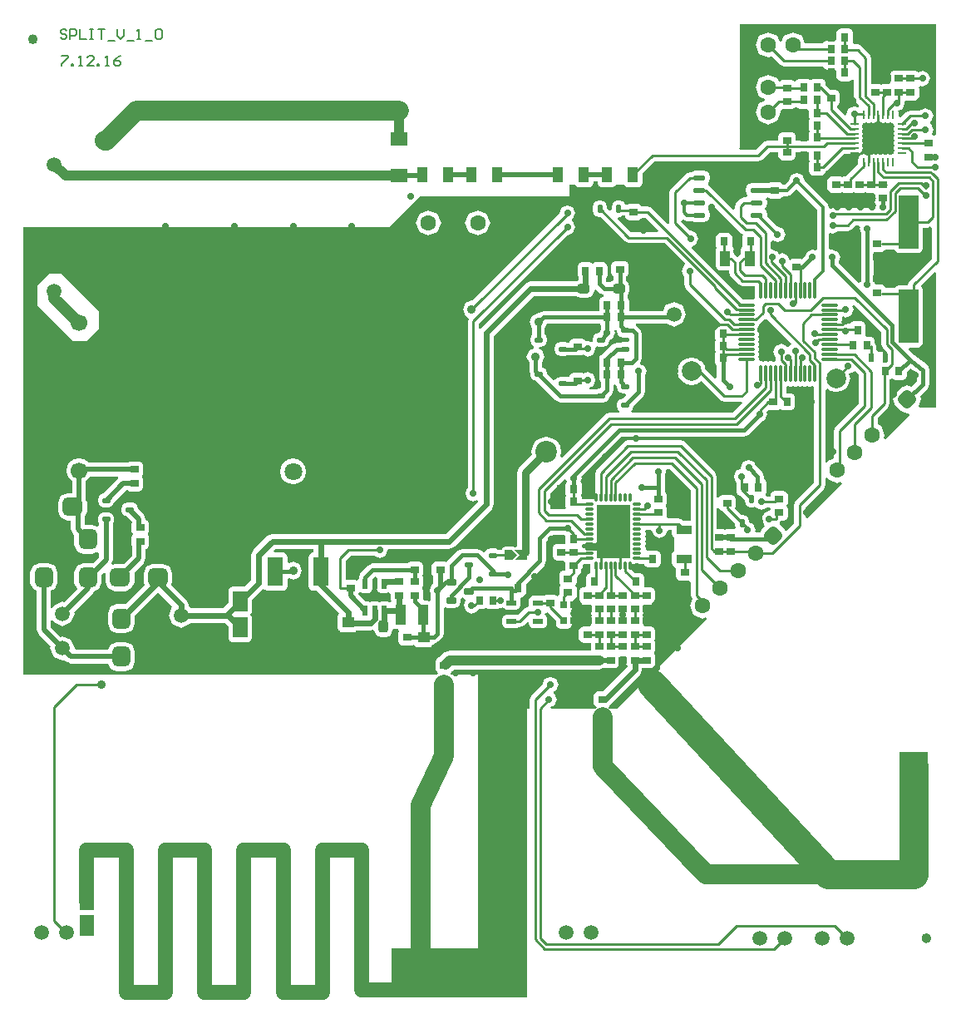
<source format=gtl>
G04 Layer_Physical_Order=1*
G04 Layer_Color=255*
%FSAX44Y44*%
%MOMM*%
G71*
G01*
G75*
%ADD10C,0.5000*%
%ADD11R,0.8000X0.9000*%
%ADD12R,0.6000X0.9000*%
%ADD13C,2.0000*%
%ADD14R,0.9000X0.8000*%
%ADD15R,3.1300X3.1300*%
%ADD16O,0.8500X0.2500*%
%ADD17O,0.2500X0.8500*%
%ADD18R,1.0500X1.6500*%
%ADD19R,0.8500X0.8000*%
%ADD20R,2.0000X5.5000*%
%ADD21R,1.0000X1.6000*%
G04:AMPARAMS|DCode=22|XSize=0.3mm|YSize=1.7mm|CornerRadius=0.075mm|HoleSize=0mm|Usage=FLASHONLY|Rotation=0.000|XOffset=0mm|YOffset=0mm|HoleType=Round|Shape=RoundedRectangle|*
%AMROUNDEDRECTD22*
21,1,0.3000,1.5500,0,0,0.0*
21,1,0.1500,1.7000,0,0,0.0*
1,1,0.1500,0.0750,-0.7750*
1,1,0.1500,-0.0750,-0.7750*
1,1,0.1500,-0.0750,0.7750*
1,1,0.1500,0.0750,0.7750*
%
%ADD22ROUNDEDRECTD22*%
G04:AMPARAMS|DCode=23|XSize=0.3mm|YSize=1.7mm|CornerRadius=0.075mm|HoleSize=0mm|Usage=FLASHONLY|Rotation=90.000|XOffset=0mm|YOffset=0mm|HoleType=Round|Shape=RoundedRectangle|*
%AMROUNDEDRECTD23*
21,1,0.3000,1.5500,0,0,90.0*
21,1,0.1500,1.7000,0,0,90.0*
1,1,0.1500,0.7750,0.0750*
1,1,0.1500,0.7750,-0.0750*
1,1,0.1500,-0.7750,-0.0750*
1,1,0.1500,-0.7750,0.0750*
%
%ADD23ROUNDEDRECTD23*%
%ADD24R,3.5000X5.5000*%
G04:AMPARAMS|DCode=25|XSize=0.28mm|YSize=0.85mm|CornerRadius=0.07mm|HoleSize=0mm|Usage=FLASHONLY|Rotation=180.000|XOffset=0mm|YOffset=0mm|HoleType=Round|Shape=RoundedRectangle|*
%AMROUNDEDRECTD25*
21,1,0.2800,0.7100,0,0,180.0*
21,1,0.1400,0.8500,0,0,180.0*
1,1,0.1400,-0.0700,0.3550*
1,1,0.1400,0.0700,0.3550*
1,1,0.1400,0.0700,-0.3550*
1,1,0.1400,-0.0700,-0.3550*
%
%ADD25ROUNDEDRECTD25*%
G04:AMPARAMS|DCode=26|XSize=0.28mm|YSize=0.85mm|CornerRadius=0.07mm|HoleSize=0mm|Usage=FLASHONLY|Rotation=270.000|XOffset=0mm|YOffset=0mm|HoleType=Round|Shape=RoundedRectangle|*
%AMROUNDEDRECTD26*
21,1,0.2800,0.7100,0,0,270.0*
21,1,0.1400,0.8500,0,0,270.0*
1,1,0.1400,-0.3550,-0.0700*
1,1,0.1400,-0.3550,0.0700*
1,1,0.1400,0.3550,0.0700*
1,1,0.1400,0.3550,-0.0700*
%
%ADD26ROUNDEDRECTD26*%
%ADD27R,0.8000X0.7000*%
%ADD28R,1.6000X0.9000*%
G04:AMPARAMS|DCode=29|XSize=0.5mm|YSize=1.25mm|CornerRadius=0.125mm|HoleSize=0mm|Usage=FLASHONLY|Rotation=270.000|XOffset=0mm|YOffset=0mm|HoleType=Round|Shape=RoundedRectangle|*
%AMROUNDEDRECTD29*
21,1,0.5000,1.0000,0,0,270.0*
21,1,0.2500,1.2500,0,0,270.0*
1,1,0.2500,-0.5000,-0.1250*
1,1,0.2500,-0.5000,0.1250*
1,1,0.2500,0.5000,0.1250*
1,1,0.2500,0.5000,-0.1250*
%
%ADD29ROUNDEDRECTD29*%
%ADD30R,1.7000X1.3500*%
G04:AMPARAMS|DCode=31|XSize=1.22mm|YSize=0.95mm|CornerRadius=0.2375mm|HoleSize=0mm|Usage=FLASHONLY|Rotation=0.000|XOffset=0mm|YOffset=0mm|HoleType=Round|Shape=RoundedRectangle|*
%AMROUNDEDRECTD31*
21,1,1.2200,0.4750,0,0,0.0*
21,1,0.7450,0.9500,0,0,0.0*
1,1,0.4750,0.3725,-0.2375*
1,1,0.4750,-0.3725,-0.2375*
1,1,0.4750,-0.3725,0.2375*
1,1,0.4750,0.3725,0.2375*
%
%ADD31ROUNDEDRECTD31*%
G04:AMPARAMS|DCode=32|XSize=0.55mm|YSize=0.8mm|CornerRadius=0.1375mm|HoleSize=0mm|Usage=FLASHONLY|Rotation=270.000|XOffset=0mm|YOffset=0mm|HoleType=Round|Shape=RoundedRectangle|*
%AMROUNDEDRECTD32*
21,1,0.5500,0.5250,0,0,270.0*
21,1,0.2750,0.8000,0,0,270.0*
1,1,0.2750,-0.2625,-0.1375*
1,1,0.2750,-0.2625,0.1375*
1,1,0.2750,0.2625,0.1375*
1,1,0.2750,0.2625,-0.1375*
%
%ADD32ROUNDEDRECTD32*%
%ADD33R,1.0000X0.5500*%
G04:AMPARAMS|DCode=34|XSize=0.6mm|YSize=1.1mm|CornerRadius=0.15mm|HoleSize=0mm|Usage=FLASHONLY|Rotation=90.000|XOffset=0mm|YOffset=0mm|HoleType=Round|Shape=RoundedRectangle|*
%AMROUNDEDRECTD34*
21,1,0.6000,0.8000,0,0,90.0*
21,1,0.3000,1.1000,0,0,90.0*
1,1,0.3000,0.4000,0.1500*
1,1,0.3000,0.4000,-0.1500*
1,1,0.3000,-0.4000,-0.1500*
1,1,0.3000,-0.4000,0.1500*
%
%ADD34ROUNDEDRECTD34*%
%ADD35R,1.0000X2.0000*%
%ADD36R,1.3000X1.0000*%
G04:AMPARAMS|DCode=37|XSize=1.22mm|YSize=0.95mm|CornerRadius=0.2375mm|HoleSize=0mm|Usage=FLASHONLY|Rotation=270.000|XOffset=0mm|YOffset=0mm|HoleType=Round|Shape=RoundedRectangle|*
%AMROUNDEDRECTD37*
21,1,1.2200,0.4750,0,0,270.0*
21,1,0.7450,0.9500,0,0,270.0*
1,1,0.4750,-0.2375,-0.3725*
1,1,0.4750,-0.2375,0.3725*
1,1,0.4750,0.2375,0.3725*
1,1,0.4750,0.2375,-0.3725*
%
%ADD37ROUNDEDRECTD37*%
%ADD38R,0.5500X1.0000*%
%ADD39R,1.5000X2.1500*%
G04:AMPARAMS|DCode=40|XSize=1.8mm|YSize=2mm|CornerRadius=0.45mm|HoleSize=0mm|Usage=FLASHONLY|Rotation=270.000|XOffset=0mm|YOffset=0mm|HoleType=Round|Shape=RoundedRectangle|*
%AMROUNDEDRECTD40*
21,1,1.8000,1.1000,0,0,270.0*
21,1,0.9000,2.0000,0,0,270.0*
1,1,0.9000,-0.5500,-0.4500*
1,1,0.9000,-0.5500,0.4500*
1,1,0.9000,0.5500,0.4500*
1,1,0.9000,0.5500,-0.4500*
%
%ADD40ROUNDEDRECTD40*%
G04:AMPARAMS|DCode=41|XSize=1.8mm|YSize=2mm|CornerRadius=0.45mm|HoleSize=0mm|Usage=FLASHONLY|Rotation=0.000|XOffset=0mm|YOffset=0mm|HoleType=Round|Shape=RoundedRectangle|*
%AMROUNDEDRECTD41*
21,1,1.8000,1.1000,0,0,0.0*
21,1,0.9000,2.0000,0,0,0.0*
1,1,0.9000,0.4500,-0.5500*
1,1,0.9000,-0.4500,-0.5500*
1,1,0.9000,-0.4500,0.5500*
1,1,0.9000,0.4500,0.5500*
%
%ADD41ROUNDEDRECTD41*%
G04:AMPARAMS|DCode=42|XSize=0.55mm|YSize=0.8mm|CornerRadius=0.1375mm|HoleSize=0mm|Usage=FLASHONLY|Rotation=180.000|XOffset=0mm|YOffset=0mm|HoleType=Round|Shape=RoundedRectangle|*
%AMROUNDEDRECTD42*
21,1,0.5500,0.5250,0,0,180.0*
21,1,0.2750,0.8000,0,0,180.0*
1,1,0.2750,-0.1375,0.2625*
1,1,0.2750,0.1375,0.2625*
1,1,0.2750,0.1375,-0.2625*
1,1,0.2750,-0.1375,-0.2625*
%
%ADD42ROUNDEDRECTD42*%
%ADD43R,0.7000X0.9000*%
%ADD44R,1.6000X3.0000*%
G04:AMPARAMS|DCode=45|XSize=6.7mm|YSize=6.7mm|CornerRadius=0.67mm|HoleSize=0mm|Usage=FLASHONLY|Rotation=0.000|XOffset=0mm|YOffset=0mm|HoleType=Round|Shape=RoundedRectangle|*
%AMROUNDEDRECTD45*
21,1,6.7000,5.3600,0,0,0.0*
21,1,5.3600,6.7000,0,0,0.0*
1,1,1.3400,2.6800,-2.6800*
1,1,1.3400,-2.6800,-2.6800*
1,1,1.3400,-2.6800,2.6800*
1,1,1.3400,2.6800,2.6800*
%
%ADD45ROUNDEDRECTD45*%
%ADD46C,0.2500*%
%ADD47C,0.3000*%
%ADD48C,0.4000*%
%ADD49C,0.2540*%
%ADD50C,1.0000*%
%ADD51C,2.0000*%
%ADD52C,0.6000*%
%ADD53C,3.0000*%
%ADD54C,1.2000*%
%ADD55C,0.8000*%
%ADD56C,1.5000*%
%ADD57C,0.1500*%
%ADD58R,3.0000X4.3000*%
%ADD59C,1.6000*%
G04:AMPARAMS|DCode=60|XSize=1.6mm|YSize=1.6mm|CornerRadius=0.4mm|HoleSize=0mm|Usage=FLASHONLY|Rotation=315.000|XOffset=0mm|YOffset=0mm|HoleType=Round|Shape=RoundedRectangle|*
%AMROUNDEDRECTD60*
21,1,1.6000,0.8000,0,0,315.0*
21,1,0.8000,1.6000,0,0,315.0*
1,1,0.8000,0.0000,-0.5657*
1,1,0.8000,-0.5657,0.0000*
1,1,0.8000,0.0000,0.5657*
1,1,0.8000,0.5657,0.0000*
%
%ADD60ROUNDEDRECTD60*%
%ADD61C,1.5000*%
%ADD62R,2.2000X2.2000*%
%ADD63C,2.2000*%
%ADD64C,1.7000*%
%ADD65C,1.8000*%
%ADD66C,0.7000*%
%ADD67C,0.6000*%
%ADD68C,0.9000*%
G36*
X01313234Y02250692D02*
X01322418Y02246888D01*
X01326527Y02248589D01*
X01327641Y02246929D01*
X01292320Y02211351D01*
X01290470Y02212112D01*
Y02222271D01*
X01308931Y02240732D01*
X01310596Y02244750D01*
Y02251936D01*
X01312557Y02252326D01*
X01313234Y02250692D01*
D02*
G37*
G36*
X01173959Y02239137D02*
Y02208080D01*
X01165870D01*
X01164931Y02209018D01*
X01160913Y02210683D01*
X01150540D01*
X01149429Y02212345D01*
X01149493Y02212500D01*
Y02220500D01*
X01148250Y02223500D01*
X01149493Y02226500D01*
Y02234500D01*
X01148224Y02237561D01*
X01147157Y02238004D01*
Y02242500D01*
Y02254580D01*
X01148781Y02258500D01*
X01148519Y02259133D01*
X01149630Y02260796D01*
X01152300D01*
X01173959Y02239137D01*
D02*
G37*
G36*
X01203102Y02219439D02*
X01206163Y02218170D01*
X01206360D01*
X01206645Y02217482D01*
X01218970Y02205157D01*
Y02203375D01*
X01219673Y02201677D01*
X01219628Y02201512D01*
X01218274Y02199830D01*
X01210163D01*
X01208663Y02199208D01*
X01207163Y02199830D01*
X01200346D01*
Y02220866D01*
X01202346Y02221264D01*
X01203102Y02219439D01*
D02*
G37*
G36*
X01047126Y02250098D02*
X01047916Y02248192D01*
X01047602Y02248061D01*
X01046333Y02245000D01*
Y02236000D01*
X01047162Y02234000D01*
X01046333Y02232000D01*
Y02223000D01*
X01046812Y02221846D01*
X01045701Y02220183D01*
X01031017D01*
X01030346Y02220854D01*
Y02236146D01*
X01044767Y02250567D01*
X01047126Y02250098D01*
D02*
G37*
G36*
X01081602Y02407938D02*
X01082169Y02407704D01*
Y02403419D01*
X01080625Y02399693D01*
X01080038D01*
X01075924Y02397989D01*
X01074220Y02393875D01*
Y02391481D01*
X01073272Y02390514D01*
X01072512Y02390024D01*
X01068663Y02391618D01*
X01066915Y02390894D01*
X01066225Y02392561D01*
X01063163Y02393829D01*
X01054163D01*
X01051102Y02392561D01*
X01049834Y02389500D01*
Y02389494D01*
X01047474D01*
X01045788Y02390193D01*
X01040538D01*
X01036424Y02388489D01*
X01034720Y02384375D01*
Y02381625D01*
X01036424Y02377511D01*
X01040538Y02375807D01*
X01045788D01*
X01047474Y02376506D01*
X01056163D01*
X01057768Y02377170D01*
X01063163D01*
X01063754Y02377415D01*
X01068663Y02375382D01*
X01074403Y02377760D01*
X01076781Y02383500D01*
X01076285Y02384697D01*
X01077816Y02386228D01*
X01080038Y02385307D01*
X01085288D01*
X01089402Y02387011D01*
X01091106Y02391125D01*
Y02391758D01*
X01092191Y02392843D01*
X01094403Y02393760D01*
X01096781Y02399500D01*
X01095825Y02401809D01*
X01095894Y02401938D01*
X01098071Y02401908D01*
X01098720Y02401258D01*
Y02400625D01*
X01100424Y02396511D01*
X01104538Y02394807D01*
X01109788D01*
X01111169Y02393884D01*
Y02391115D01*
X01109788Y02390193D01*
X01104538D01*
X01102852Y02389494D01*
X01098163D01*
X01093571Y02387592D01*
X01084071Y02378092D01*
X01084067Y02378082D01*
X01081602Y02377061D01*
X01080333Y02374000D01*
Y02365000D01*
X01080955Y02363500D01*
X01080333Y02362000D01*
Y02353000D01*
X01081602Y02349939D01*
X01082169Y02349704D01*
Y02344190D01*
X01080671Y02342693D01*
X01080038D01*
X01078352Y02341994D01*
X01070539D01*
X01070141Y02343994D01*
X01074403Y02345760D01*
X01076781Y02351500D01*
X01074403Y02357240D01*
X01068663Y02359618D01*
X01064961Y02358085D01*
X01063163Y02358829D01*
X01054163D01*
X01051102Y02357561D01*
X01049834Y02354500D01*
Y02354494D01*
X01047474D01*
X01045788Y02355193D01*
X01040538D01*
X01036424Y02353489D01*
X01035776Y02351923D01*
X01033814Y02351533D01*
X01027106Y02358241D01*
Y02358875D01*
X01025402Y02362989D01*
X01022157Y02364333D01*
Y02368990D01*
X01022169Y02368994D01*
X01024863Y02375500D01*
X01022169Y02382006D01*
X01019027Y02383307D01*
X01019424Y02385307D01*
X01021288D01*
X01025402Y02387011D01*
X01027106Y02391125D01*
Y02393875D01*
X01025402Y02397989D01*
X01025157Y02398090D01*
Y02403990D01*
X01025169Y02403994D01*
X01027244Y02409005D01*
X01081160D01*
X01081602Y02407938D01*
D02*
G37*
G36*
X01344980Y02357146D02*
Y02327854D01*
X01321395Y02304268D01*
X01319731Y02300250D01*
Y02271752D01*
X01313234Y02269061D01*
X01312557Y02267427D01*
X01310596Y02267817D01*
Y02341652D01*
X01312596Y02342721D01*
X01316201Y02340312D01*
X01321663Y02339226D01*
X01327126Y02340312D01*
X01331756Y02343407D01*
X01334851Y02348038D01*
X01335937Y02353500D01*
X01335051Y02357957D01*
X01339403Y02359760D01*
X01339583Y02360193D01*
X01341544Y02360583D01*
X01344980Y02357146D01*
D02*
G37*
G36*
X01423792Y02460980D02*
Y02323503D01*
X01406561Y02323503D01*
X01405796Y02325351D01*
X01406040Y02325595D01*
X01408576Y02331718D01*
X01407073Y02335347D01*
X01414755Y02343029D01*
X01416657Y02347621D01*
Y02362000D01*
X01416479Y02362431D01*
X01416597Y02362883D01*
X01415549Y02364675D01*
X01414755Y02366592D01*
X01414324Y02366771D01*
X01414088Y02367174D01*
X01401363Y02376827D01*
X01395368Y02382823D01*
X01396133Y02384670D01*
X01405663D01*
X01408725Y02385939D01*
X01409993Y02389000D01*
Y02444000D01*
X01408725Y02447061D01*
X01408482Y02448282D01*
X01421944Y02461745D01*
X01423792Y02460980D01*
D02*
G37*
G36*
X01154333Y02194750D02*
X01155602Y02191689D01*
X01156663Y02191249D01*
Y02177751D01*
X01155602Y02177312D01*
X01154333Y02174250D01*
Y02165250D01*
X01155602Y02162189D01*
X01157463Y02161418D01*
X01158833Y02159500D01*
Y02151500D01*
X01160102Y02148439D01*
X01163163Y02147171D01*
X01172163D01*
X01172296Y02147225D01*
X01173959Y02146114D01*
Y02132500D01*
X01173959Y02132500D01*
X01175611Y02128511D01*
X01172778Y02121673D01*
X01176583Y02112488D01*
X01185767Y02108684D01*
X01188933Y02109995D01*
X01190047Y02108334D01*
X01099147Y02016774D01*
X01090017D01*
X01089619Y02018774D01*
X01091225Y02019439D01*
X01091912Y02021097D01*
X01092021Y02021142D01*
X01122021Y02051142D01*
X01124240Y02056500D01*
Y02058170D01*
X01133163D01*
X01136225Y02059438D01*
X01137493Y02062500D01*
Y02070500D01*
X01136250Y02073500D01*
X01137493Y02076500D01*
Y02084500D01*
X01136664Y02086500D01*
X01137493Y02088500D01*
Y02096500D01*
X01136225Y02099561D01*
X01133163Y02100829D01*
X01126351D01*
X01125239Y02102493D01*
X01125243Y02102500D01*
Y02110500D01*
X01124539Y02112198D01*
X01125493Y02114500D01*
Y02122500D01*
X01134413D01*
Y02124792D01*
X01135975Y02125439D01*
X01137243Y02128500D01*
Y02136500D01*
X01135975Y02139561D01*
X01132913Y02140829D01*
X01126775D01*
X01125993Y02142000D01*
Y02151000D01*
X01124725Y02154061D01*
X01121663Y02155330D01*
X01116870D01*
X01112891Y02159308D01*
X01112950Y02159450D01*
Y02163516D01*
X01114613Y02164627D01*
X01115613Y02164213D01*
X01122713D01*
X01122966Y02164317D01*
X01126616D01*
X01127602Y02161938D01*
X01130663Y02160670D01*
X01138663D01*
X01141724Y02161938D01*
X01142993Y02165000D01*
Y02174000D01*
X01141724Y02177061D01*
X01138663Y02178329D01*
X01130663D01*
X01129335Y02177780D01*
X01127800Y02179300D01*
Y02180700D01*
X01127055Y02182500D01*
X01127800Y02184300D01*
Y02185700D01*
X01127055Y02187500D01*
X01127800Y02189300D01*
Y02190700D01*
X01127055Y02192500D01*
X01127800Y02194300D01*
Y02195700D01*
X01127055Y02197500D01*
X01127800Y02199300D01*
Y02199317D01*
X01133249D01*
X01133795Y02198500D01*
X01136173Y02192760D01*
X01141913Y02190382D01*
X01147653Y02192760D01*
X01150031Y02198500D01*
X01150577Y02199317D01*
X01154333D01*
Y02194750D01*
D02*
G37*
G36*
X01108083Y02070500D02*
Y02062500D01*
X01109086Y02060079D01*
Y02059639D01*
X01084277Y02034830D01*
X01079163D01*
X01076102Y02033562D01*
X01074834Y02030500D01*
Y02022500D01*
X01076102Y02019439D01*
X01077707Y02018774D01*
X01077309Y02016774D01*
X01031360D01*
X01030962Y02018774D01*
X01035153Y02020510D01*
X01037531Y02026250D01*
X01035153Y02031990D01*
X01033767Y02032564D01*
Y02034564D01*
X01036653Y02035760D01*
X01039031Y02041500D01*
X01036653Y02047240D01*
X01030913Y02049618D01*
X01025173Y02047240D01*
X01023020Y02042044D01*
X01011127Y02030150D01*
X01009463Y02026132D01*
Y02016774D01*
X01006663D01*
Y01723500D01*
X00868663D01*
Y01773500D01*
X00956663D01*
Y02051774D01*
X00929371D01*
X00928973Y02053774D01*
X00929975Y02054189D01*
X00930213Y02054765D01*
X00931051Y02055112D01*
X00932698Y02056759D01*
X01080663D01*
X01084072Y02058170D01*
X01084913D01*
X01086538Y02058844D01*
X01088163Y02058170D01*
X01097163D01*
X01100225Y02059439D01*
X01101493Y02062500D01*
Y02070500D01*
X01108083D01*
X01108083Y02070500D01*
D02*
G37*
G36*
X00566163Y01812250D02*
X00551163D01*
Y01823500D01*
X00566163D01*
Y01812250D01*
D02*
G37*
G36*
Y01786000D02*
X00551163D01*
Y01807000D01*
X00566163D01*
Y01786000D01*
D02*
G37*
G36*
X00853005Y02151321D02*
X00854234Y02149363D01*
X00854083Y02149000D01*
Y02145200D01*
X00853586Y02144000D01*
X00854083Y02142800D01*
Y02139000D01*
X00855352Y02135939D01*
X00858413Y02134671D01*
X00863913D01*
X00865833Y02135466D01*
X00867833Y02134184D01*
Y02128500D01*
X00868630Y02126577D01*
X00868415Y02126234D01*
X00866974Y02125061D01*
X00863913Y02126330D01*
X00858413D01*
X00856413Y02125501D01*
X00854413Y02126330D01*
X00848913D01*
X00846913Y02125501D01*
X00844913Y02126330D01*
X00842783D01*
X00835149Y02133964D01*
X00835314Y02134363D01*
X00836315Y02135883D01*
X00837730Y02135367D01*
X00839413Y02134671D01*
X00844913D01*
X00847974Y02135939D01*
X00849242Y02139000D01*
Y02148895D01*
X00851762Y02151415D01*
X00853005Y02151321D01*
D02*
G37*
G36*
X01081463Y02223363D02*
X01082863D01*
X01084663Y02224108D01*
X01086463Y02223363D01*
X01087863D01*
X01089663Y02224108D01*
X01091463Y02223363D01*
X01092863D01*
X01094663Y02224108D01*
X01096463Y02223363D01*
X01097863D01*
X01099663Y02224108D01*
X01101463Y02223363D01*
X01102863D01*
X01104663Y02224108D01*
X01106463Y02223363D01*
X01107863D01*
X01109663Y02224108D01*
X01110090Y02223932D01*
X01110977Y02221790D01*
X01110526Y02220700D01*
Y02219300D01*
X01111271Y02217500D01*
X01110526Y02215700D01*
Y02214300D01*
X01111271Y02212500D01*
X01110526Y02210700D01*
Y02209300D01*
X01111271Y02207500D01*
X01110526Y02205700D01*
Y02204300D01*
X01111271Y02202500D01*
X01110526Y02200700D01*
Y02199300D01*
X01111271Y02197500D01*
X01110526Y02195700D01*
Y02194300D01*
X01111271Y02192500D01*
X01110526Y02190700D01*
Y02189300D01*
X01111271Y02187500D01*
X01110526Y02185700D01*
Y02184300D01*
X01111271Y02182500D01*
X01110526Y02180700D01*
Y02179300D01*
X01111271Y02177500D01*
X01110526Y02175700D01*
Y02174300D01*
X01111271Y02172500D01*
X01110526Y02170700D01*
X01110373Y02170598D01*
X01107863Y02171637D01*
X01106463D01*
X01102866Y02170147D01*
X01101460Y02170147D01*
X01097863Y02171637D01*
X01096463D01*
X01094663Y02170892D01*
X01092863Y02171637D01*
X01091463D01*
X01089663Y02170892D01*
X01087863Y02171637D01*
X01086463D01*
X01083514Y02170416D01*
X01082163Y02170239D01*
X01080812Y02170416D01*
X01078526Y02171363D01*
X01078055Y02172500D01*
X01078800Y02174300D01*
Y02175700D01*
X01077310Y02179297D01*
X01073713Y02180787D01*
X01066613D01*
X01066360Y02180683D01*
X01063634D01*
X01062809Y02182431D01*
X01063960Y02184317D01*
X01066360D01*
X01066613Y02184213D01*
X01073713D01*
X01077310Y02185703D01*
X01078800Y02189300D01*
Y02190700D01*
X01078055Y02192500D01*
X01078800Y02194300D01*
Y02195700D01*
X01078055Y02197500D01*
X01078800Y02199300D01*
Y02200700D01*
X01078055Y02202500D01*
X01078800Y02204300D01*
Y02205700D01*
X01078055Y02207500D01*
X01078800Y02209300D01*
Y02210700D01*
X01078055Y02212500D01*
X01078800Y02214300D01*
Y02215700D01*
X01078055Y02217500D01*
X01078800Y02219300D01*
Y02220700D01*
X01078055Y02222500D01*
X01078800Y02224300D01*
X01078953Y02224402D01*
X01081463Y02223363D01*
D02*
G37*
G36*
X01007093Y02168421D02*
X00994584Y02168421D01*
X00999663Y02173500D01*
X00994585Y02178580D01*
X01007093Y02178580D01*
X01007093Y02168421D01*
D02*
G37*
G36*
X00996662Y02173499D02*
X00991583Y02168420D01*
X00984233Y02168420D01*
Y02178580D01*
X00991584Y02178580D01*
X00996662Y02173499D01*
D02*
G37*
G36*
X01106833Y02518500D02*
X01108102Y02515439D01*
X01111163Y02514171D01*
X01120163D01*
X01123224Y02515439D01*
X01123796Y02516817D01*
X01127633D01*
X01140421Y02504030D01*
X01139655Y02502182D01*
X01113017D01*
X01099642Y02515557D01*
X01100471Y02517557D01*
X01101538D01*
X01104581Y02518817D01*
X01106833D01*
Y02518500D01*
D02*
G37*
G36*
X01346230Y02507155D02*
X01345545Y02505500D01*
X01347169Y02501580D01*
Y02452420D01*
X01346615Y02451084D01*
X01344654Y02450694D01*
X01324157Y02471190D01*
Y02472580D01*
X01325781Y02476500D01*
X01323403Y02482240D01*
X01317663Y02484618D01*
X01316279Y02484045D01*
X01314616Y02485156D01*
Y02500301D01*
X01316279Y02501413D01*
X01318163Y02500632D01*
X01323903Y02503010D01*
X01323927Y02503067D01*
X01333413D01*
X01337431Y02504732D01*
X01341517Y02508817D01*
X01345119D01*
X01346230Y02507155D01*
D02*
G37*
G36*
X01419231Y02506599D02*
Y02475104D01*
X01396645Y02452518D01*
X01394980Y02448500D01*
Y02448329D01*
X01385663D01*
X01382602Y02447061D01*
X01381823Y02445182D01*
X01372210D01*
X01371225Y02447561D01*
X01368163Y02448829D01*
X01361644D01*
X01360157Y02452420D01*
Y02482171D01*
X01368163D01*
X01371225Y02483439D01*
X01371796Y02484818D01*
X01381409D01*
X01382602Y02481939D01*
X01385663Y02480670D01*
X01405663D01*
X01408725Y02481939D01*
X01409993Y02485000D01*
Y02506817D01*
X01415413D01*
X01417568Y02507710D01*
X01419231Y02506599D01*
D02*
G37*
G36*
X01225645Y02500482D02*
X01227464Y02499729D01*
X01226333Y02497000D01*
Y02488000D01*
X01226735Y02487031D01*
X01225602Y02486561D01*
X01224333Y02483500D01*
Y02479803D01*
X01223645Y02479518D01*
X01221163Y02477036D01*
X01218681Y02479518D01*
X01217993Y02479803D01*
Y02483500D01*
X01216724Y02486561D01*
X01215591Y02487031D01*
X01215993Y02488000D01*
Y02497000D01*
X01214725Y02500061D01*
X01211663Y02501330D01*
X01203663D01*
X01200602Y02500061D01*
X01199333Y02497000D01*
Y02488000D01*
X01200266Y02485750D01*
X01199333Y02483500D01*
Y02467500D01*
X01200602Y02464439D01*
X01203663Y02463170D01*
X01212980D01*
Y02460500D01*
X01214645Y02456482D01*
X01222645Y02448482D01*
X01226663Y02446817D01*
X01239272D01*
Y02435493D01*
X01238537Y02434627D01*
X01237670Y02433891D01*
X01226632D01*
X01174752Y02485772D01*
X01175221Y02488131D01*
X01179153Y02489760D01*
X01181531Y02495500D01*
X01179153Y02501240D01*
X01173413Y02503618D01*
X01173355Y02503594D01*
X01164012Y02512937D01*
X01164136Y02513807D01*
X01164387Y02514070D01*
X01166313Y02514905D01*
X01169713Y02513497D01*
X01175298D01*
X01177663Y02512518D01*
X01187663D01*
X01191681Y02514182D01*
X01193345Y02518200D01*
Y02520700D01*
X01191682Y02524717D01*
X01191484Y02525197D01*
Y02526403D01*
X01191682Y02526883D01*
X01193068Y02530230D01*
X01195193Y02530933D01*
X01225645Y02500482D01*
D02*
G37*
G36*
X01423792Y02601491D02*
X01421792Y02600155D01*
X01420533Y02600676D01*
X01419460Y02601883D01*
X01419095Y02602429D01*
X01420781Y02606500D01*
X01418403Y02612240D01*
X01417776Y02612500D01*
Y02614500D01*
X01418403Y02614760D01*
X01420781Y02620500D01*
X01418403Y02626240D01*
X01412663Y02628618D01*
X01406923Y02626240D01*
X01406899Y02626183D01*
X01396913D01*
X01392895Y02624518D01*
X01387346Y02618969D01*
X01385428Y02619763D01*
X01385346Y02620030D01*
Y02624750D01*
X01384876Y02625884D01*
X01389403Y02627760D01*
X01391781Y02633500D01*
X01391242Y02634801D01*
X01391472Y02635209D01*
X01393163Y02636170D01*
X01402163D01*
X01405224Y02637438D01*
X01406493Y02640500D01*
Y02648500D01*
X01405977Y02649744D01*
X01407508Y02651275D01*
X01409663Y02650382D01*
X01415403Y02652760D01*
X01417781Y02658500D01*
X01415403Y02664240D01*
X01409663Y02666618D01*
X01405501Y02664894D01*
X01405224Y02665562D01*
X01402163Y02666830D01*
X01393163D01*
X01391663Y02666208D01*
X01390163Y02666830D01*
X01381163D01*
X01378102Y02665562D01*
X01376833Y02662500D01*
Y02654500D01*
X01376837Y02654492D01*
X01375725Y02652830D01*
X01369163D01*
X01367663Y02652208D01*
X01366163Y02652830D01*
X01357346D01*
Y02679500D01*
X01355681Y02683518D01*
X01347681Y02691518D01*
X01343663Y02693182D01*
X01339667D01*
X01338600Y02695051D01*
X01338993Y02696000D01*
Y02705000D01*
X01337724Y02708062D01*
X01334663Y02709330D01*
X01326663D01*
X01323602Y02708062D01*
X01322334Y02705000D01*
Y02698438D01*
X01320670Y02697326D01*
X01320663Y02697330D01*
X01312663D01*
X01309602Y02696061D01*
X01308823Y02694182D01*
X01290058D01*
X01286847Y02701935D01*
X01277663Y02705739D01*
X01268479Y02701935D01*
X01266163Y02696344D01*
X01264163D01*
X01261847Y02701935D01*
X01252663Y02705739D01*
X01243479Y02701935D01*
X01239674Y02692750D01*
X01243479Y02683566D01*
X01252663Y02679761D01*
X01256165Y02681212D01*
X01264895Y02672482D01*
X01268913Y02670818D01*
X01308823D01*
X01309602Y02668939D01*
X01312663Y02667671D01*
X01320663D01*
X01320670Y02667674D01*
X01322334Y02666562D01*
Y02660000D01*
X01323602Y02656938D01*
X01326663Y02655670D01*
X01334663D01*
X01337724Y02656938D01*
X01337980Y02657556D01*
X01339980Y02657159D01*
Y02639500D01*
X01341645Y02635482D01*
X01345240Y02631887D01*
X01344908Y02629409D01*
X01344017Y02628875D01*
X01340413Y02630368D01*
X01334673Y02627990D01*
X01332295Y02622250D01*
X01332426Y02621933D01*
X01330763Y02620822D01*
X01322773Y02628813D01*
X01323045Y02630950D01*
X01324225Y02631439D01*
X01325493Y02634500D01*
Y02642500D01*
X01324225Y02645562D01*
X01321163Y02646830D01*
X01316370D01*
X01310993Y02652207D01*
Y02654000D01*
X01309724Y02657061D01*
X01306663Y02658329D01*
X01298663D01*
X01295663Y02657087D01*
X01292663Y02658329D01*
X01284663D01*
X01281602Y02657061D01*
X01281185Y02656055D01*
X01279224Y02655562D01*
X01276163Y02656830D01*
X01267163D01*
X01264102Y02655562D01*
X01262657Y02656730D01*
X01261847Y02658684D01*
X01252663Y02662489D01*
X01243479Y02658684D01*
X01239674Y02649500D01*
X01243479Y02640316D01*
X01249069Y02638000D01*
Y02636000D01*
X01243479Y02633684D01*
X01239674Y02624500D01*
X01243479Y02615316D01*
X01252663Y02611511D01*
X01261847Y02615316D01*
X01265652Y02624500D01*
X01265086Y02625866D01*
X01266617Y02627397D01*
X01267163Y02627170D01*
X01276163D01*
X01279224Y02628439D01*
X01279434Y02628945D01*
X01281599D01*
X01281602Y02628939D01*
X01284663Y02627671D01*
X01292663D01*
X01294333Y02626198D01*
Y02619000D01*
X01295162Y02617000D01*
X01294333Y02615000D01*
Y02606000D01*
X01294955Y02604500D01*
X01294333Y02603000D01*
Y02595182D01*
X01280493D01*
Y02599500D01*
X01279224Y02602562D01*
X01276163Y02603830D01*
X01267163D01*
X01264102Y02602562D01*
X01262833Y02599500D01*
Y02595182D01*
X01251663D01*
X01247645Y02593518D01*
X01240059Y02585933D01*
X01224270D01*
X01223159Y02587596D01*
X01223534Y02588500D01*
Y02713629D01*
X01423792D01*
Y02601491D01*
D02*
G37*
G36*
X01369663Y02613067D02*
X01372163Y02614103D01*
X01374663Y02613067D01*
X01377163Y02614103D01*
X01379663Y02613067D01*
X01380231Y02612500D01*
X01381266Y02610000D01*
X01380231Y02607500D01*
X01381266Y02605000D01*
X01380231Y02602500D01*
X01381266Y02600000D01*
X01380231Y02597500D01*
X01381266Y02595000D01*
X01380231Y02592500D01*
X01381266Y02590000D01*
X01380231Y02587500D01*
X01381266Y02585000D01*
X01380231Y02582500D01*
X01379663Y02581933D01*
X01377163Y02580897D01*
X01374663Y02581933D01*
X01372163Y02580897D01*
X01369663Y02581933D01*
X01367163Y02580897D01*
X01364663Y02581933D01*
X01362163Y02580897D01*
X01359663Y02581933D01*
X01355816Y02580339D01*
X01355408Y02580268D01*
X01353918D01*
X01353510Y02580339D01*
X01349663Y02581933D01*
X01345645Y02580268D01*
X01343981Y02576250D01*
Y02571854D01*
X01332645Y02560518D01*
X01331945Y02558830D01*
X01329163D01*
X01327663Y02558208D01*
X01326163Y02558830D01*
X01317163D01*
X01314102Y02557561D01*
X01312834Y02554500D01*
Y02546500D01*
X01314102Y02543439D01*
X01317163Y02542171D01*
X01326163D01*
X01327663Y02542792D01*
X01329163Y02542171D01*
X01338163D01*
X01339663Y02542792D01*
X01341163Y02542171D01*
X01350163D01*
X01351663Y02542792D01*
X01353163Y02542171D01*
X01359975D01*
X01361087Y02540508D01*
X01361084Y02540500D01*
Y02532500D01*
X01362350Y02529443D01*
X01361545Y02527500D01*
X01360832Y02526432D01*
X01320203D01*
X01318454Y02527157D01*
X01316279Y02526256D01*
X01314953Y02527142D01*
X01314534Y02527698D01*
X01312872Y02531710D01*
X01289568Y02555014D01*
X01287403Y02560240D01*
X01281663Y02562618D01*
X01275923Y02560240D01*
X01273758Y02555014D01*
X01269547Y02550803D01*
X01267539D01*
X01267225Y02551561D01*
X01264163Y02552829D01*
X01255163D01*
X01252884Y02551886D01*
X01240663D01*
X01240414Y02551783D01*
X01235663D01*
X01231645Y02550118D01*
X01229980Y02546100D01*
Y02543600D01*
X01231541Y02539832D01*
X01230781Y02537832D01*
X01228313D01*
X01224295Y02536168D01*
X01220645Y02532518D01*
X01218980Y02528500D01*
Y02525832D01*
X01217133Y02525067D01*
X01193331Y02548868D01*
X01191964Y02549434D01*
X01191681Y02550118D01*
X01191484Y02550200D01*
Y02551803D01*
X01191682Y02552283D01*
X01193345Y02556300D01*
Y02558800D01*
X01191681Y02562818D01*
X01187663Y02564483D01*
X01177663D01*
X01174645Y02563232D01*
X01172713D01*
X01168695Y02561568D01*
X01153645Y02546518D01*
X01151981Y02542500D01*
Y02511371D01*
X01151649Y02511078D01*
X01150199Y02510324D01*
X01134005Y02526518D01*
X01129987Y02528183D01*
X01123796D01*
X01123224Y02529561D01*
X01120163Y02530830D01*
X01111163D01*
X01109601Y02530182D01*
X01106711D01*
X01105652Y02532739D01*
X01101538Y02534443D01*
X01098788D01*
X01094674Y02532739D01*
X01092970Y02528625D01*
Y02525058D01*
X01090970Y02524229D01*
X01088356Y02526844D01*
Y02528625D01*
X01086652Y02532739D01*
X01082538Y02534443D01*
X01079788D01*
X01075674Y02532739D01*
X01073970Y02528625D01*
Y02523375D01*
X01075674Y02519261D01*
X01079788Y02517557D01*
X01081570D01*
X01106645Y02492482D01*
X01110663Y02490818D01*
X01147270D01*
X01167718Y02470369D01*
X01167327Y02468408D01*
X01166923Y02468240D01*
X01164545Y02462500D01*
X01166923Y02456760D01*
X01166981Y02456736D01*
Y02448750D01*
X01168645Y02444732D01*
X01204047Y02409330D01*
X01203555Y02407330D01*
X01202663D01*
X01199602Y02406062D01*
X01198333Y02403000D01*
Y02394000D01*
X01198955Y02392500D01*
X01198333Y02391000D01*
Y02382000D01*
X01198955Y02380500D01*
X01198333Y02379000D01*
Y02370000D01*
X01199602Y02366939D01*
X01200169Y02366704D01*
Y02353859D01*
X01198169Y02353031D01*
X01188500Y02362700D01*
X01187851Y02365963D01*
X01184756Y02370594D01*
X01180126Y02373688D01*
X01174663Y02374774D01*
X01169201Y02373688D01*
X01164570Y02370594D01*
X01161475Y02365963D01*
X01160389Y02360500D01*
X01161475Y02355038D01*
X01164570Y02350407D01*
X01169201Y02347312D01*
X01174663Y02346226D01*
X01180126Y02347312D01*
X01184735Y02350392D01*
X01203645Y02331482D01*
X01207663Y02329818D01*
X01225116D01*
X01226143Y02328016D01*
X01216309Y02318183D01*
X01113506D01*
X01113109Y02320183D01*
X01113902Y02320511D01*
X01115606Y02324625D01*
Y02325258D01*
X01125255Y02334908D01*
X01127157Y02339500D01*
Y02356580D01*
X01128781Y02360500D01*
X01126403Y02366240D01*
X01122461Y02367873D01*
X01122255Y02368908D01*
X01124157Y02373500D01*
Y02398500D01*
X01122255Y02403092D01*
X01118755Y02406592D01*
X01117757Y02407005D01*
X01118155Y02409005D01*
X01149534D01*
X01156663Y02406053D01*
X01165465Y02409698D01*
X01169110Y02418500D01*
X01165465Y02427302D01*
X01156663Y02430948D01*
X01147861Y02427302D01*
X01145663Y02421994D01*
X01111665D01*
X01110993Y02423000D01*
Y02432000D01*
X01109725Y02435061D01*
X01109157Y02435296D01*
Y02437200D01*
X01109267Y02437246D01*
X01111288Y02442125D01*
Y02446875D01*
X01109267Y02451754D01*
X01108157Y02452214D01*
Y02456997D01*
X01109224Y02457439D01*
X01110493Y02460500D01*
Y02468500D01*
X01109224Y02471561D01*
X01106163Y02472830D01*
X01097163D01*
X01094102Y02471561D01*
X01092833Y02468500D01*
Y02460500D01*
X01094102Y02457439D01*
X01095169Y02456997D01*
Y02453042D01*
X01092059Y02451754D01*
X01091744Y02450994D01*
X01088603D01*
X01087157Y02452440D01*
Y02454704D01*
X01087725Y02454938D01*
X01088993Y02458000D01*
Y02467000D01*
X01087725Y02470061D01*
X01084663Y02471329D01*
X01076663D01*
X01073663Y02470087D01*
X01070663Y02471329D01*
X01062663D01*
X01059602Y02470061D01*
X01058334Y02467000D01*
Y02458000D01*
X01059086Y02456182D01*
Y02453008D01*
X01056837Y02452077D01*
X01010663D01*
X01005305Y02449857D01*
X00960305Y02404858D01*
X00959846Y02403747D01*
X00957846Y02404145D01*
Y02408896D01*
X01048105Y02499156D01*
X01048163Y02499132D01*
X01053903Y02501510D01*
X01056281Y02507250D01*
X01053903Y02512990D01*
X01052974Y02513375D01*
Y02515375D01*
X01053903Y02515760D01*
X01056281Y02521500D01*
X01053903Y02527240D01*
X01048163Y02529618D01*
X01042423Y02527240D01*
X01040045Y02521500D01*
X01040215Y02521089D01*
X00951486Y02432359D01*
X00950663Y02432700D01*
X00944157Y02430006D01*
X00941463Y02423500D01*
X00944157Y02416994D01*
X00946350Y02416086D01*
X00947406Y02413484D01*
X00946480Y02411250D01*
Y02241764D01*
X00946423Y02241740D01*
X00944045Y02236000D01*
X00946423Y02230260D01*
X00952163Y02227882D01*
X00956086Y02229507D01*
X00956210Y02229453D01*
X00957288Y02227840D01*
X00924525Y02195077D01*
X00747663D01*
X00742306Y02192858D01*
X00728306Y02178858D01*
X00726086Y02173500D01*
Y02148388D01*
X00719027Y02141330D01*
X00707163D01*
X00704102Y02140061D01*
X00702833Y02137000D01*
Y02125136D01*
X00697275Y02119577D01*
X00663972D01*
X00663465Y02120802D01*
X00662240Y02121309D01*
Y02122700D01*
X00660021Y02128058D01*
X00644684Y02143394D01*
X00645763Y02146000D01*
Y02155000D01*
X00643069Y02161506D01*
X00636563Y02164200D01*
X00625563D01*
X00619057Y02161506D01*
X00616363Y02155000D01*
Y02146000D01*
X00617442Y02143394D01*
X00597648Y02123600D01*
X00589163D01*
X00582657Y02120906D01*
X00579963Y02114400D01*
Y02103400D01*
X00582657Y02096894D01*
X00589163Y02094200D01*
X00598163D01*
X00604669Y02096894D01*
X00607363Y02103400D01*
Y02111885D01*
X00631063Y02135585D01*
X00645857Y02120791D01*
X00642215Y02112000D01*
X00645861Y02103198D01*
X00654663Y02099552D01*
X00663465Y02103198D01*
X00663972Y02104423D01*
X00699275D01*
X00702833Y02100865D01*
Y02089000D01*
X00704102Y02085939D01*
X00707163Y02084671D01*
X00722163D01*
X00725225Y02085939D01*
X00726493Y02089000D01*
Y02110500D01*
X00725457Y02113000D01*
X00726493Y02115500D01*
Y02127365D01*
X00737904Y02138776D01*
X00739602Y02138439D01*
X00742663Y02137170D01*
X00758663D01*
X00761724Y02138439D01*
X00762993Y02141500D01*
Y02148945D01*
X00764993Y02149820D01*
X00768663Y02148300D01*
X00775169Y02150994D01*
X00777863Y02157500D01*
X00775169Y02164006D01*
X00768663Y02166700D01*
X00764656Y02165040D01*
X00762993Y02166151D01*
Y02171500D01*
X00761724Y02174561D01*
X00758663Y02175829D01*
X00749321D01*
X00748555Y02177677D01*
X00750801Y02179923D01*
X00789086D01*
Y02175829D01*
X00788663D01*
X00785602Y02174561D01*
X00784333Y02171500D01*
Y02141500D01*
X00785602Y02138439D01*
X00788663Y02137170D01*
X00792278D01*
X00815315Y02114133D01*
X00815102Y02113061D01*
X00813833Y02110000D01*
Y02100000D01*
X00815102Y02096939D01*
X00816413Y02096395D01*
Y02095000D01*
X00832913D01*
Y02096395D01*
X00833844Y02096781D01*
X00847521D01*
X00849671Y02097672D01*
X00851585Y02096299D01*
X00853409Y02091896D01*
X00858288Y02089875D01*
X00863038D01*
X00867917Y02091896D01*
X00869938Y02096775D01*
Y02097611D01*
X00871601Y02098722D01*
X00872933Y02098170D01*
X00876097D01*
X00876940Y02096170D01*
X00875834Y02093500D01*
Y02085500D01*
X00877102Y02082439D01*
X00880163Y02081170D01*
X00889163D01*
X00890201Y02081600D01*
X00891698Y02081867D01*
X00893413Y02080584D01*
Y02080000D01*
X00909913D01*
Y02081395D01*
X00911225Y02081938D01*
X00911874Y02083506D01*
X00912163D01*
X00916755Y02085408D01*
X00920255Y02088908D01*
X00922157Y02093500D01*
Y02119199D01*
X00923820Y02120310D01*
X00925663Y02119547D01*
X00933663D01*
X00937872Y02121290D01*
X00939616Y02125500D01*
Y02128500D01*
X00939587Y02128570D01*
X00941118Y02130101D01*
X00943630Y02129061D01*
X00943687Y02128997D01*
X00944636Y02127047D01*
X00942545Y02122000D01*
X00944923Y02116260D01*
X00950663Y02113882D01*
X00956403Y02116260D01*
X00957103Y02117950D01*
X00957181Y02117982D01*
X00957870Y02118671D01*
X00962413D01*
X00965413Y02119913D01*
X00968413Y02118671D01*
X00976413D01*
X00978897Y02119699D01*
X00979663Y02119382D01*
X00982530Y02120569D01*
X00983102Y02119189D01*
X00986163Y02117921D01*
X00996163D01*
X00999224Y02119189D01*
X01000493Y02122250D01*
Y02127750D01*
X00999972Y02129008D01*
X01001083Y02130670D01*
X01001663D01*
X01004725Y02131939D01*
X01005993Y02135000D01*
Y02144000D01*
X01005919Y02144178D01*
X01024686Y02162945D01*
X01026588Y02167537D01*
Y02180237D01*
X01026407Y02180672D01*
Y02187560D01*
X01032853Y02194006D01*
X01044743D01*
X01046333Y02193347D01*
Y02186677D01*
X01046177Y02184986D01*
X01044486Y02184830D01*
X01037163D01*
X01034102Y02183561D01*
X01032833Y02180500D01*
Y02172500D01*
X01034102Y02169438D01*
X01037163Y02168170D01*
X01044361D01*
X01045834Y02166500D01*
Y02158500D01*
X01045386Y02157829D01*
X01044163D01*
X01041102Y02156561D01*
X01039834Y02153500D01*
Y02145500D01*
X01041076Y02142500D01*
X01039834Y02139500D01*
Y02133559D01*
X01039542Y02132857D01*
X01038340Y02131675D01*
X01037184Y02131992D01*
X01035163Y02132830D01*
X01026163D01*
X01023758Y02131833D01*
X01023163Y02132080D01*
X01013163D01*
X01010102Y02130811D01*
X01008833Y02127750D01*
Y02122250D01*
X01009137Y02121518D01*
X01008913Y02121183D01*
X01004895Y02119518D01*
X00997785Y02112408D01*
X00996163Y02113080D01*
X00986163D01*
X00983102Y02111811D01*
X00981833Y02108750D01*
Y02103250D01*
X00983102Y02100189D01*
X00986163Y02098920D01*
X00996163D01*
X00999224Y02100189D01*
X00999278Y02100318D01*
X00999413D01*
X01003431Y02101982D01*
X01006986Y02105536D01*
X01008833Y02104771D01*
Y02103250D01*
X01010102Y02100189D01*
X01013163Y02098920D01*
X01023163D01*
X01026225Y02100189D01*
X01027493Y02103250D01*
Y02108750D01*
X01026225Y02111811D01*
X01024755Y02112420D01*
X01025670Y02114628D01*
X01027879Y02115248D01*
X01036333Y02106793D01*
Y02103000D01*
X01037602Y02099939D01*
X01040663Y02098670D01*
X01048663D01*
X01051724Y02099939D01*
X01052993Y02103000D01*
Y02110000D01*
X01051724Y02113061D01*
X01050865Y02113418D01*
Y02115582D01*
X01051724Y02115939D01*
X01052993Y02119000D01*
Y02126000D01*
X01052758Y02126565D01*
X01053163Y02127170D01*
X01056225Y02128439D01*
X01057493Y02131500D01*
Y02139500D01*
X01056250Y02142500D01*
X01057493Y02145500D01*
Y02150293D01*
X01058681Y02151482D01*
X01059926Y02154486D01*
X01062225Y02155439D01*
X01063493Y02158500D01*
Y02163293D01*
X01064517Y02164317D01*
X01066360D01*
X01066613Y02164213D01*
X01071376D01*
Y02159450D01*
X01071480Y02159197D01*
Y02155254D01*
X01068602Y02154061D01*
X01067334Y02151000D01*
Y02142000D01*
X01066551Y02140829D01*
X01064413D01*
X01061352Y02139561D01*
X01060083Y02136500D01*
Y02128500D01*
X01061352Y02125439D01*
X01062913Y02124792D01*
Y02122500D01*
X01071833D01*
Y02114500D01*
X01072787Y02112198D01*
X01072084Y02110500D01*
Y02102500D01*
X01072087Y02102493D01*
X01070975Y02100830D01*
X01064163D01*
X01061102Y02099561D01*
X01059834Y02096500D01*
Y02088500D01*
X01061102Y02085439D01*
X01064163Y02084171D01*
X01072084D01*
Y02076500D01*
X01071911Y02076241D01*
X00928663D01*
X00921775Y02073388D01*
X00917650Y02069263D01*
X00915352Y02068311D01*
X00914083Y02065250D01*
Y02057250D01*
X00915352Y02054189D01*
X00916353Y02053774D01*
X00915955Y02051774D01*
X00493534Y02051774D01*
Y02505054D01*
X00493663Y02507000D01*
X00866163D01*
X00897663Y02538500D01*
X01050413D01*
Y02550750D01*
X01055955D01*
X01056601Y02549189D01*
X01059663Y02547921D01*
X01070163D01*
X01073224Y02549189D01*
X01074492Y02552250D01*
Y02553465D01*
X01078833D01*
Y02552250D01*
X01080101Y02549189D01*
X01083163Y02547921D01*
X01093663D01*
X01096724Y02549189D01*
X01097371Y02550750D01*
X01105955D01*
X01106601Y02549189D01*
X01109663Y02547921D01*
X01120163D01*
X01123224Y02549189D01*
X01124492Y02552250D01*
Y02562043D01*
X01137017Y02574568D01*
X01242413D01*
X01246431Y02576232D01*
X01254017Y02583817D01*
X01262833D01*
Y02579500D01*
X01264102Y02576439D01*
X01267163Y02575171D01*
X01276163D01*
X01279224Y02576439D01*
X01280493Y02579500D01*
Y02583817D01*
X01294333D01*
Y02576000D01*
X01294955Y02574500D01*
X01294333Y02573000D01*
Y02564000D01*
X01295602Y02560939D01*
X01298663Y02559671D01*
X01306663D01*
X01309724Y02560939D01*
X01310884Y02563737D01*
X01312681Y02564482D01*
X01330017Y02581818D01*
X01343413D01*
X01347431Y02583482D01*
X01349096Y02587500D01*
X01348060Y02590000D01*
X01349096Y02592500D01*
X01348060Y02595000D01*
X01349096Y02597500D01*
X01348060Y02600000D01*
X01349096Y02602500D01*
X01348060Y02605000D01*
X01349096Y02607500D01*
X01348060Y02610000D01*
X01349096Y02612500D01*
X01349663Y02613067D01*
X01352163Y02614103D01*
X01354663Y02613067D01*
X01357163Y02614103D01*
X01359663Y02613067D01*
X01363681Y02614732D01*
X01365645Y02614732D01*
X01369663Y02613067D01*
D02*
G37*
G36*
X01302710Y02525034D02*
Y02484327D01*
X01301047Y02483216D01*
X01297663Y02484618D01*
X01291923Y02482240D01*
X01290299Y02478321D01*
X01286619Y02474641D01*
X01286163Y02474830D01*
X01277163D01*
X01274306Y02473646D01*
X01272403Y02478240D01*
X01266663Y02480618D01*
X01263601Y02479350D01*
X01262403Y02482240D01*
X01256663Y02484618D01*
X01255346Y02485498D01*
Y02492224D01*
X01257346Y02493524D01*
X01261913Y02491632D01*
X01267653Y02494010D01*
X01270031Y02499750D01*
X01267653Y02505490D01*
X01261913Y02507868D01*
X01261855Y02507844D01*
X01251346Y02518354D01*
Y02520700D01*
X01249682Y02524717D01*
X01249484Y02525197D01*
Y02526403D01*
X01249682Y02526883D01*
X01251346Y02530900D01*
Y02533400D01*
X01250346Y02535814D01*
X01250653Y02536274D01*
X01252102Y02537439D01*
X01255163Y02536170D01*
X01264163D01*
X01267225Y02537439D01*
X01267829Y02538897D01*
X01272013D01*
X01276223Y02540641D01*
X01281663Y02546081D01*
X01302710Y02525034D01*
D02*
G37*
G36*
X01081321Y02439908D02*
X01085131Y02438329D01*
X01084733Y02436329D01*
X01084663D01*
X01081602Y02435061D01*
X01080333Y02432000D01*
Y02423000D01*
X01079661Y02421994D01*
X01023663D01*
X01019071Y02420092D01*
X01018674Y02419696D01*
X01018663Y02419700D01*
X01012157Y02417006D01*
X01009463Y02410500D01*
X01012157Y02403994D01*
X01012169Y02403990D01*
Y02398090D01*
X01011924Y02397989D01*
X01010220Y02393875D01*
Y02391125D01*
X01011924Y02387011D01*
X01013970Y02386164D01*
Y02383999D01*
X01009157Y02382006D01*
X01006463Y02375500D01*
X01009157Y02368994D01*
X01009169Y02368990D01*
Y02360500D01*
X01010220Y02357961D01*
Y02356125D01*
X01011924Y02352011D01*
X01016038Y02350307D01*
X01016672D01*
X01036071Y02330908D01*
X01040663Y02329006D01*
X01078352D01*
X01080038Y02328307D01*
X01085288D01*
X01089402Y02330011D01*
X01091106Y02334125D01*
Y02334758D01*
X01093255Y02336908D01*
X01095157Y02341500D01*
Y02346715D01*
X01097157Y02347113D01*
X01098071Y02344908D01*
X01098720Y02344258D01*
Y02343625D01*
X01100424Y02339511D01*
X01104538Y02337807D01*
X01107173D01*
X01107938Y02335959D01*
X01105172Y02333193D01*
X01104538D01*
X01100424Y02331489D01*
X01098720Y02327375D01*
Y02324625D01*
X01100424Y02320511D01*
X01101217Y02320183D01*
X01100820Y02318183D01*
X01090663D01*
X01086645Y02316518D01*
X01042846Y02272720D01*
X01041003Y02273705D01*
X01041957Y02278500D01*
X01040793Y02284353D01*
X01037477Y02289314D01*
X01032516Y02292630D01*
X01026663Y02293794D01*
X01020810Y02292630D01*
X01015849Y02289314D01*
X01012533Y02284353D01*
X01011369Y02278500D01*
X01011875Y02275958D01*
X00999540Y02263623D01*
X00997004Y02257500D01*
Y02181895D01*
X00995042Y02181137D01*
X00992163Y02182330D01*
X00985163D01*
X00982102Y02181062D01*
X00981323Y02179182D01*
X00977227D01*
X00974788Y02180193D01*
X00969538D01*
X00965424Y02178489D01*
X00964703Y02176747D01*
X00962741Y02176357D01*
X00961005Y02178092D01*
X00956413Y02179994D01*
X00940663D01*
X00936071Y02178092D01*
X00925071Y02167092D01*
X00924699Y02166194D01*
X00923163Y02166830D01*
X00914163D01*
X00911102Y02165562D01*
X00909834Y02162500D01*
Y02154500D01*
X00911102Y02151439D01*
X00911628Y02151221D01*
Y02143946D01*
X00909923Y02143240D01*
X00907545Y02137500D01*
X00909169Y02133580D01*
Y02127480D01*
X00907506Y02126369D01*
X00906393Y02126830D01*
X00902965D01*
X00901493Y02128500D01*
Y02136500D01*
X00900250Y02139500D01*
X00901493Y02142500D01*
Y02150500D01*
X00900664Y02152500D01*
X00901493Y02154500D01*
Y02162500D01*
X00900225Y02165561D01*
X00897163Y02166830D01*
X00888163D01*
X00885102Y02165561D01*
X00884867Y02164994D01*
X00849663D01*
X00845071Y02163092D01*
X00837571Y02155592D01*
X00835669Y02151000D01*
Y02150413D01*
X00835083Y02149000D01*
X00833083Y02147741D01*
X00831663Y02148330D01*
X00822663D01*
X00822596Y02148375D01*
Y02168146D01*
X00827517Y02173067D01*
X00851149D01*
X00851173Y02173010D01*
X00856913Y02170632D01*
X00862653Y02173010D01*
X00865031Y02178750D01*
X00865815Y02179923D01*
X00927663D01*
X00933021Y02182142D01*
X00971021Y02220143D01*
X00973240Y02225500D01*
Y02396362D01*
X01013801Y02436923D01*
X01056837D01*
X01060938Y02435225D01*
X01068388D01*
X01073267Y02437246D01*
X01075288Y02442125D01*
Y02443112D01*
X01077288Y02443940D01*
X01081321Y02439908D01*
D02*
G37*
G36*
X01403669Y02358775D02*
Y02350311D01*
X01397889Y02344531D01*
X01394260Y02346034D01*
X01388137Y02343498D01*
X01382480Y02337841D01*
X01379944Y02331718D01*
X01382480Y02325595D01*
X01388137Y02319939D01*
X01394260Y02317402D01*
X01395250Y02317812D01*
X01396364Y02316151D01*
X01371515Y02291122D01*
X01369850Y02292230D01*
X01371328Y02295797D01*
X01367524Y02304982D01*
X01364043Y02306423D01*
Y02312814D01*
X01374697Y02323466D01*
X01374697Y02323466D01*
X01376367Y02327500D01*
X01376367Y02327500D01*
Y02351962D01*
X01378663Y02352913D01*
X01381663Y02351671D01*
X01389663D01*
X01392724Y02352939D01*
X01393993Y02356000D01*
Y02359645D01*
X01397672Y02363324D01*
X01403669Y02358775D01*
D02*
G37*
G36*
X01251592Y02413534D02*
X01275953Y02389174D01*
X01275563Y02387212D01*
X01274423Y02386740D01*
X01273809Y02385260D01*
X01271809D01*
X01271403Y02386240D01*
X01265663Y02388618D01*
X01259923Y02386240D01*
X01257545Y02380500D01*
X01259923Y02374760D01*
X01259980Y02374736D01*
Y02371951D01*
X01258424Y02370482D01*
X01257663Y02370166D01*
X01255913Y02370891D01*
X01254413D01*
X01252663Y02370166D01*
X01250913Y02370891D01*
X01249413D01*
X01247663Y02370166D01*
X01245913Y02370891D01*
X01244656D01*
X01243790Y02371627D01*
X01243054Y02372493D01*
Y02373750D01*
X01242329Y02375500D01*
X01243054Y02377250D01*
Y02378750D01*
X01242329Y02380500D01*
X01243054Y02382250D01*
Y02383750D01*
X01242329Y02385500D01*
X01243054Y02387250D01*
Y02388750D01*
X01242329Y02390500D01*
X01243054Y02392250D01*
Y02393750D01*
X01242329Y02395500D01*
X01243054Y02397250D01*
Y02398750D01*
X01241879Y02401587D01*
X01241649Y02403000D01*
X01241879Y02404413D01*
X01243054Y02407250D01*
Y02408493D01*
X01244196Y02408967D01*
X01248957Y02413727D01*
X01251592Y02413534D01*
D02*
G37*
G36*
X01367709Y02400387D02*
Y02388140D01*
X01367709Y02388140D01*
X01369379Y02384107D01*
X01373209Y02380278D01*
Y02370113D01*
X01372426Y02369330D01*
X01369163D01*
Y02380500D01*
X01363871D01*
X01363224Y02382061D01*
X01362867Y02382209D01*
Y02386000D01*
X01361243Y02389922D01*
Y02391500D01*
X01359975Y02394561D01*
X01356913Y02395830D01*
X01352894D01*
X01351782Y02397493D01*
X01351992Y02398000D01*
Y02407000D01*
X01350724Y02410061D01*
X01347663Y02411330D01*
X01339663D01*
X01336602Y02410061D01*
X01336030Y02408683D01*
X01333921D01*
X01331663Y02409618D01*
X01329405Y02408683D01*
X01328377D01*
X01327265Y02410345D01*
X01328054Y02412250D01*
Y02413750D01*
X01327573Y02414911D01*
X01328927Y02416515D01*
X01331663Y02415382D01*
X01337403Y02417760D01*
X01339781Y02423500D01*
X01338376Y02426891D01*
X01340072Y02428024D01*
X01367709Y02400387D01*
D02*
G37*
G36*
X01294413Y02345109D02*
X01295913D01*
X01297466Y02345752D01*
X01299230Y02344788D01*
Y02247104D01*
X01280770Y02228643D01*
X01279106Y02224625D01*
Y02205586D01*
X01271765Y02198246D01*
X01269804Y02198636D01*
X01269389Y02199638D01*
X01264702Y02204325D01*
X01264680Y02206461D01*
X01265431Y02208170D01*
X01268163D01*
X01271225Y02209439D01*
X01272493Y02212500D01*
Y02220500D01*
X01271250Y02223500D01*
X01272493Y02226500D01*
Y02234500D01*
X01271225Y02237561D01*
X01268163Y02238830D01*
X01259163D01*
X01256102Y02237561D01*
X01254834Y02234500D01*
Y02233204D01*
X01251418D01*
X01251403Y02233240D01*
X01249725Y02233936D01*
Y02234939D01*
X01250993Y02238000D01*
Y02247000D01*
X01249725Y02250061D01*
X01248157Y02250711D01*
Y02253500D01*
X01246255Y02258092D01*
X01240027Y02264321D01*
X01238403Y02268240D01*
X01232663Y02270618D01*
X01226923Y02268240D01*
X01224545Y02262500D01*
X01225021Y02261352D01*
X01219923Y02259240D01*
X01217545Y02253500D01*
X01219923Y02247760D01*
X01219959Y02247745D01*
Y02240500D01*
X01219959Y02240500D01*
X01220333Y02239595D01*
Y02238000D01*
X01221602Y02234939D01*
X01224258Y02233838D01*
X01228470Y02229626D01*
Y02227875D01*
X01230174Y02223761D01*
X01234288Y02222057D01*
X01237038D01*
X01239395Y02223034D01*
X01239923Y02221760D01*
X01245663Y02219382D01*
X01251403Y02221760D01*
X01251418Y02221796D01*
X01253968D01*
X01254834Y02220500D01*
Y02219400D01*
X01253661Y02218617D01*
X01247921Y02216239D01*
X01245544Y02210499D01*
X01247921Y02204759D01*
X01248400Y02204560D01*
X01248791Y02202599D01*
X01245829Y02199638D01*
X01244528Y02196494D01*
X01240336D01*
X01239225Y02198157D01*
X01239781Y02199500D01*
X01237403Y02205240D01*
X01233356Y02206917D01*
Y02208625D01*
X01231652Y02212739D01*
X01227538Y02214443D01*
X01225757D01*
X01218967Y02221232D01*
X01219493Y02222500D01*
Y02230500D01*
X01218224Y02233562D01*
X01215163Y02234830D01*
X01206163D01*
X01203102Y02233562D01*
X01202346Y02231736D01*
X01200346Y02232134D01*
Y02253500D01*
X01198681Y02257518D01*
X01167681Y02288518D01*
X01163663Y02290183D01*
X01109663D01*
X01105645Y02288518D01*
X01078145Y02261018D01*
X01076480Y02257000D01*
Y02235803D01*
X01076376Y02235550D01*
Y02231484D01*
X01074713Y02230373D01*
X01073713Y02230787D01*
X01066613D01*
X01066360Y02230683D01*
X01062993D01*
Y02232000D01*
X01062164Y02234000D01*
X01062993Y02236000D01*
Y02245000D01*
X01061724Y02248061D01*
X01061411Y02248192D01*
X01062781Y02251500D01*
X01062215Y02252867D01*
X01103353Y02294006D01*
X01227663D01*
X01232255Y02295908D01*
X01245484Y02309136D01*
X01249403Y02310760D01*
X01251781Y02316500D01*
X01250585Y02319386D01*
X01252602Y02321403D01*
X01253163Y02321171D01*
X01262163D01*
X01264516Y02322145D01*
X01264602Y02321939D01*
X01267663Y02320670D01*
X01275663D01*
X01278725Y02321939D01*
X01279993Y02325000D01*
Y02334000D01*
X01278725Y02337061D01*
X01275663Y02338330D01*
X01270845D01*
Y02345109D01*
X01270913D01*
X01272663Y02345834D01*
X01274413Y02345109D01*
X01275913D01*
X01277663Y02345834D01*
X01279413Y02345109D01*
X01280913D01*
X01282663Y02345834D01*
X01284413Y02345109D01*
X01285913D01*
X01287663Y02345834D01*
X01289413Y02345109D01*
X01290913D01*
X01292663Y02345834D01*
X01294413Y02345109D01*
D02*
G37*
%LPC*%
G36*
X00768663Y02271755D02*
X00763591Y02270746D01*
X00759291Y02267872D01*
X00756417Y02263572D01*
X00755408Y02258500D01*
X00756417Y02253428D01*
X00759291Y02249128D01*
X00763591Y02246254D01*
X00768663Y02245245D01*
X00773735Y02246254D01*
X00778036Y02249128D01*
X00780909Y02253428D01*
X00781918Y02258500D01*
X00780909Y02263572D01*
X00778036Y02267872D01*
X00773735Y02270746D01*
X00768663Y02271755D01*
D02*
G37*
G36*
X00956663Y02524489D02*
X00947479Y02520684D01*
X00943674Y02511500D01*
X00947479Y02502316D01*
X00956663Y02498511D01*
X00965847Y02502316D01*
X00969652Y02511500D01*
X00965847Y02520684D01*
X00956663Y02524489D01*
D02*
G37*
G36*
X00906663D02*
X00897479Y02520684D01*
X00893674Y02511500D01*
X00897479Y02502316D01*
X00906663Y02498511D01*
X00915847Y02502316D01*
X00919652Y02511500D01*
X00915847Y02520684D01*
X00906663Y02524489D01*
D02*
G37*
G36*
X00550663Y02272245D02*
X00545786Y02271275D01*
X00541651Y02268512D01*
X00538888Y02264377D01*
X00537918Y02259500D01*
X00538888Y02254623D01*
X00541651Y02250488D01*
X00543628Y02249167D01*
Y02236200D01*
X00538563D01*
X00532057Y02233506D01*
X00529363Y02227000D01*
Y02218000D01*
X00532057Y02211494D01*
X00538563Y02208800D01*
X00542378D01*
Y02199750D01*
X00542378Y02199750D01*
X00544438Y02194775D01*
X00545963Y02193250D01*
Y02184000D01*
X00548657Y02177494D01*
X00555163Y02174800D01*
X00564163D01*
X00569128Y02176856D01*
X00571128Y02175520D01*
Y02171164D01*
X00565012Y02165049D01*
X00564163Y02165400D01*
X00555163D01*
X00548657Y02162706D01*
X00545963Y02156200D01*
Y02145200D01*
X00548657Y02138694D01*
X00548699Y02138486D01*
X00535429Y02125216D01*
X00533663Y02125948D01*
X00524861Y02122302D01*
X00523660Y02119402D01*
X00521699Y02119792D01*
Y02137050D01*
X00525669Y02138694D01*
X00528363Y02145200D01*
Y02156200D01*
X00525669Y02162706D01*
X00519163Y02165400D01*
X00510163D01*
X00503657Y02162706D01*
X00500963Y02156200D01*
Y02145200D01*
X00503657Y02138694D01*
X00507627Y02137050D01*
Y02097500D01*
X00507627Y02097500D01*
X00509688Y02092525D01*
X00521947Y02080266D01*
X00521216Y02078500D01*
X00524861Y02069698D01*
X00533663Y02066053D01*
X00535429Y02066784D01*
X00537088Y02065125D01*
X00537088Y02065125D01*
X00539576Y02064095D01*
X00542063Y02063065D01*
X00542063Y02063065D01*
X00580599D01*
X00582657Y02058094D01*
X00589163Y02055400D01*
X00598163D01*
X00604669Y02058094D01*
X00607363Y02064600D01*
Y02075600D01*
X00604669Y02082106D01*
X00598163Y02084800D01*
X00589163D01*
X00582657Y02082106D01*
X00580599Y02077136D01*
X00547022D01*
X00546110Y02078500D01*
X00542465Y02087302D01*
X00533663Y02090948D01*
X00531897Y02090216D01*
X00521699Y02100414D01*
Y02107208D01*
X00523660Y02107598D01*
X00524861Y02104698D01*
X00533663Y02101053D01*
X00542465Y02104698D01*
X00546110Y02113500D01*
X00545379Y02115266D01*
X00564638Y02134525D01*
X00564638Y02134525D01*
X00565474Y02136543D01*
X00570669Y02138694D01*
X00573363Y02145200D01*
Y02153501D01*
X00575944Y02156081D01*
X00576954Y02155407D01*
X00577563Y02154872D01*
Y02146000D01*
X00580257Y02139494D01*
X00586763Y02136800D01*
X00597763D01*
X00604269Y02139494D01*
X00606963Y02146000D01*
Y02155000D01*
X00606890Y02155177D01*
X00616638Y02164925D01*
X00616638Y02164925D01*
X00618699Y02169900D01*
X00618699Y02169900D01*
Y02179599D01*
X00620724Y02180439D01*
X00621993Y02183500D01*
Y02191500D01*
X00620750Y02194500D01*
X00621993Y02197500D01*
Y02205500D01*
X00620724Y02208561D01*
X00618699Y02209401D01*
Y02210500D01*
X00616638Y02215475D01*
X00616638Y02215475D01*
X00611012Y02221100D01*
X00609402Y02224989D01*
X00605288Y02226693D01*
X00600038D01*
X00595924Y02224989D01*
X00594220Y02220875D01*
Y02218125D01*
X00595924Y02214011D01*
X00599813Y02212401D01*
X00604627Y02207586D01*
Y02206210D01*
X00604333Y02205500D01*
Y02197500D01*
X00605576Y02194500D01*
X00604333Y02191500D01*
Y02183500D01*
X00604627Y02182790D01*
Y02172814D01*
X00596013Y02164200D01*
X00586763D01*
X00585463Y02163662D01*
X00583932Y02165193D01*
X00585199Y02168250D01*
X00585199Y02168250D01*
Y02205228D01*
X00586606Y02208625D01*
Y02211375D01*
X00584902Y02215489D01*
X00580788Y02217193D01*
X00575538D01*
X00571424Y02215489D01*
X00569720Y02211375D01*
Y02208625D01*
X00571128Y02205228D01*
Y02203480D01*
X00569128Y02202144D01*
X00564163Y02204200D01*
X00556449D01*
Y02212412D01*
X00558763Y02218000D01*
Y02227000D01*
X00557699Y02229571D01*
Y02249167D01*
X00559675Y02250488D01*
X00561664Y02253465D01*
X00590265D01*
X00590677Y02251526D01*
X00590678Y02251465D01*
X00575313Y02236100D01*
X00571424Y02234489D01*
X00569720Y02230375D01*
Y02227625D01*
X00571424Y02223511D01*
X00575538Y02221807D01*
X00580788D01*
X00584902Y02223511D01*
X00586512Y02227400D01*
X00597770Y02238657D01*
X00599602Y02239439D01*
X00602663Y02238170D01*
X00611663D01*
X00614725Y02239439D01*
X00615993Y02242500D01*
Y02250500D01*
X00614750Y02253500D01*
X00615993Y02256500D01*
Y02264500D01*
X00614725Y02267561D01*
X00611663Y02268830D01*
X00602663D01*
X00599602Y02267561D01*
X00599591Y02267536D01*
X00560327D01*
X00559675Y02268512D01*
X00555540Y02271275D01*
X00550663Y02272245D01*
D02*
G37*
G36*
X00532663Y02459500D02*
X00519913D01*
X00507913Y02447500D01*
X00507913Y02428000D01*
X00544663Y02391250D01*
X00557913Y02391250D01*
X00570663Y02404000D01*
Y02421500D01*
X00532663Y02459500D01*
D02*
G37*
%LPD*%
D10*
X01416163Y01783500D02*
G03*
X01416163Y01783500I-00002500J00000000D01*
G01*
X00506163Y02698500D02*
G03*
X00506163Y02698500I-00002500J00000000D01*
G01*
X01213163Y02191500D02*
X01214663Y02190000D01*
X00611663Y02201500D02*
Y02210500D01*
Y02169900D02*
Y02187500D01*
X00578163Y02168250D02*
Y02210000D01*
X00560613Y02150700D02*
X00578163Y02168250D01*
X00559663Y02150700D02*
X00560613D01*
X01202663Y02191500D02*
X01213163D01*
X01080663Y02066500D02*
X01092663D01*
X01240663Y02544850D02*
X01256663D01*
X00827163Y02132000D02*
X00842163Y02117000D01*
X00827163Y02132000D02*
Y02140000D01*
X00876663Y02559750D02*
X00899663D01*
X00900413Y02560500D01*
X00926913D02*
X00950413D01*
X00976913D02*
X01038413D01*
X01064913D02*
X01088413D01*
X00550663Y02229100D02*
Y02259500D01*
X00514663Y02097500D02*
Y02150700D01*
Y02097500D02*
X00533663Y02078500D01*
Y02113500D02*
X00559663Y02139500D01*
Y02150700D01*
X00578163Y02229000D02*
X00595663Y02246500D01*
X00605663D01*
X00551663Y02260500D02*
X00605663D01*
X00550663Y02259500D02*
X00551663Y02260500D01*
X00602663Y02219500D02*
X00611663Y02210500D01*
X00592263Y02150500D02*
X00611663Y02169900D01*
X00542063Y02070100D02*
X00593663D01*
X00533663Y02078500D02*
X00542063Y02070100D01*
X00915663Y02137500D02*
X00918663Y02140500D01*
Y02158500D01*
X00549413Y02199750D02*
X00559663Y02189500D01*
X00549413Y02199750D02*
Y02217150D01*
X00544063Y02222500D02*
X00549413Y02217150D01*
D11*
X01288663Y02610500D02*
D03*
X01302663D02*
D03*
X01288663Y02598500D02*
D03*
X01302663D02*
D03*
X01288663Y02580500D02*
D03*
X01302663D02*
D03*
X01288663Y02568500D02*
D03*
X01302663D02*
D03*
X01242663Y02242500D02*
D03*
X01228663D02*
D03*
X01316663Y02664500D02*
D03*
X01330663D02*
D03*
Y02676500D02*
D03*
X01316663D02*
D03*
X01330663Y02688500D02*
D03*
X01316663D02*
D03*
Y02700500D02*
D03*
X01330663D02*
D03*
X01193663Y02492500D02*
D03*
X01207663D02*
D03*
X01220663D02*
D03*
X01234663D02*
D03*
X01061663Y02146500D02*
D03*
X01075663D02*
D03*
X01131663Y02146500D02*
D03*
X01117663D02*
D03*
X01134663Y02169500D02*
D03*
X01148663D02*
D03*
X01040663Y02189500D02*
D03*
X01054663D02*
D03*
X01040663Y02227500D02*
D03*
X01054663D02*
D03*
X01040663Y02240500D02*
D03*
X01054663D02*
D03*
X01385663Y02360500D02*
D03*
X01371663D02*
D03*
X01357663Y02402500D02*
D03*
X01343663D02*
D03*
X01338913Y02387000D02*
D03*
X01352913D02*
D03*
X01285663Y02329500D02*
D03*
X01271663D02*
D03*
X01192663Y02374500D02*
D03*
X01206663D02*
D03*
X01088663Y02415500D02*
D03*
X01102663D02*
D03*
X01088663Y02427500D02*
D03*
X01102663D02*
D03*
X01066663Y02462500D02*
D03*
X01080663D02*
D03*
X01088663Y02369500D02*
D03*
X01102663D02*
D03*
X01088663Y02357500D02*
D03*
X01102663D02*
D03*
X01011663Y02139500D02*
D03*
X00997663D02*
D03*
X01192663Y02386500D02*
D03*
X01206663D02*
D03*
X01192663Y02398500D02*
D03*
X01206663D02*
D03*
X01302663Y02636500D02*
D03*
X01288663D02*
D03*
Y02623500D02*
D03*
X01302663D02*
D03*
Y02649500D02*
D03*
X01288663D02*
D03*
X00972413Y02127500D02*
D03*
X00958413D02*
D03*
D12*
X01372163Y02374500D02*
D03*
X01357163D02*
D03*
X01002663Y02173500D02*
D03*
D13*
X01321663Y02329500D02*
D03*
X01150663Y02360500D02*
D03*
X01321663Y02353500D02*
D03*
X01174663Y02360500D02*
D03*
X00576663Y02595500D02*
D03*
X00598663Y02495500D02*
D03*
D14*
X01202663Y02177500D02*
D03*
Y02191500D02*
D03*
X01271663Y02569500D02*
D03*
Y02583500D02*
D03*
Y02609500D02*
D03*
Y02595500D02*
D03*
X01397663Y02644500D02*
D03*
Y02658500D02*
D03*
X01385663D02*
D03*
Y02644500D02*
D03*
X01373663D02*
D03*
Y02658500D02*
D03*
X01361663Y02644500D02*
D03*
Y02658500D02*
D03*
X01415663Y02578500D02*
D03*
Y02592500D02*
D03*
X01357663Y02550500D02*
D03*
Y02536500D02*
D03*
X01345663Y02550500D02*
D03*
Y02536500D02*
D03*
X01333663Y02550500D02*
D03*
Y02536500D02*
D03*
X01321663Y02550500D02*
D03*
Y02536500D02*
D03*
X01363663Y02476500D02*
D03*
Y02490500D02*
D03*
Y02454500D02*
D03*
Y02440500D02*
D03*
X01259663Y02544500D02*
D03*
Y02558500D02*
D03*
X01281663Y02480500D02*
D03*
Y02466500D02*
D03*
X01048663Y02135500D02*
D03*
Y02149500D02*
D03*
X01030663Y02138500D02*
D03*
Y02124500D02*
D03*
X01068663Y02106500D02*
D03*
Y02092500D02*
D03*
X01080663Y02132500D02*
D03*
Y02118500D02*
D03*
X01092663Y02132500D02*
D03*
Y02118500D02*
D03*
X01104663Y02106500D02*
D03*
Y02092500D02*
D03*
X01116663Y02132500D02*
D03*
Y02118500D02*
D03*
X01128663Y02106500D02*
D03*
Y02092500D02*
D03*
Y02080500D02*
D03*
Y02066500D02*
D03*
X01083663Y02026500D02*
D03*
Y02012500D02*
D03*
X01054663Y02162500D02*
D03*
Y02176500D02*
D03*
X01041663Y02162500D02*
D03*
Y02176500D02*
D03*
X01167663Y02155500D02*
D03*
Y02141500D02*
D03*
X01140663Y02230500D02*
D03*
Y02216500D02*
D03*
X01214663Y02191500D02*
D03*
Y02177500D02*
D03*
X01257663Y02315500D02*
D03*
Y02329500D02*
D03*
X01058663Y02399500D02*
D03*
Y02385500D02*
D03*
Y02364500D02*
D03*
Y02350500D02*
D03*
X00892663Y02172500D02*
D03*
Y02158500D02*
D03*
Y02146500D02*
D03*
Y02132500D02*
D03*
X00876663Y02146500D02*
D03*
Y02132500D02*
D03*
X00884663Y02089500D02*
D03*
Y02075500D02*
D03*
X00827163Y02154000D02*
D03*
Y02140000D02*
D03*
X00613163Y02201500D02*
D03*
Y02187500D02*
D03*
X00607163Y02246500D02*
D03*
Y02260500D02*
D03*
X01271663Y02648500D02*
D03*
Y02662500D02*
D03*
Y02635500D02*
D03*
Y02621500D02*
D03*
X01092663Y02080500D02*
D03*
Y02066500D02*
D03*
X01316663Y02652500D02*
D03*
Y02638500D02*
D03*
X00918663Y02172500D02*
D03*
Y02158500D02*
D03*
X01210663Y02240500D02*
D03*
Y02226500D02*
D03*
X01263663Y02216500D02*
D03*
Y02230500D02*
D03*
X01101663Y02478500D02*
D03*
Y02464500D02*
D03*
X01115663Y02508500D02*
D03*
Y02522500D02*
D03*
D15*
X01364663Y02597500D02*
D03*
D16*
X01388913Y02612500D02*
D03*
Y02607500D02*
D03*
Y02602500D02*
D03*
Y02597500D02*
D03*
Y02592500D02*
D03*
Y02587500D02*
D03*
Y02582500D02*
D03*
X01340413D02*
D03*
Y02587500D02*
D03*
Y02592500D02*
D03*
Y02597500D02*
D03*
Y02602500D02*
D03*
Y02607500D02*
D03*
Y02612500D02*
D03*
D17*
X01379663Y02573250D02*
D03*
X01374663D02*
D03*
X01369663D02*
D03*
X01364663D02*
D03*
X01359663D02*
D03*
X01354663D02*
D03*
X01349663D02*
D03*
Y02621750D02*
D03*
X01354663D02*
D03*
X01359663D02*
D03*
X01364663D02*
D03*
X01369663D02*
D03*
X01374663D02*
D03*
X01379663D02*
D03*
D18*
X01114913Y02560500D02*
D03*
X01088413D02*
D03*
X00900413D02*
D03*
X00926913D02*
D03*
X00976913D02*
D03*
X00950413D02*
D03*
X01064913D02*
D03*
X01038413D02*
D03*
D19*
X01369663Y02550500D02*
D03*
Y02536500D02*
D03*
X01068663Y02118500D02*
D03*
Y02132500D02*
D03*
X01080663Y02106500D02*
D03*
Y02092500D02*
D03*
Y02080500D02*
D03*
Y02066500D02*
D03*
X01092663Y02106500D02*
D03*
Y02092500D02*
D03*
X01116663Y02080500D02*
D03*
Y02066500D02*
D03*
X01104663Y02118500D02*
D03*
Y02132500D02*
D03*
X01116663Y02106500D02*
D03*
Y02092500D02*
D03*
X01128663Y02132500D02*
D03*
Y02118500D02*
D03*
X01104663Y02080500D02*
D03*
Y02066500D02*
D03*
X00922663Y02061250D02*
D03*
Y02047250D02*
D03*
D20*
X01395663Y02512500D02*
D03*
Y02416500D02*
D03*
D21*
X01208663Y02475500D02*
D03*
X01233663D02*
D03*
D22*
X01300163Y02443000D02*
D03*
X01295163D02*
D03*
X01290163D02*
D03*
X01285163D02*
D03*
X01280163D02*
D03*
X01275163D02*
D03*
X01270163D02*
D03*
X01265163D02*
D03*
X01260163D02*
D03*
X01255163D02*
D03*
X01250163D02*
D03*
X01245163D02*
D03*
Y02358000D02*
D03*
X01250163D02*
D03*
X01255163D02*
D03*
X01260163D02*
D03*
X01265163D02*
D03*
X01270163D02*
D03*
X01275163D02*
D03*
X01280163D02*
D03*
X01285163D02*
D03*
X01290163D02*
D03*
X01295163D02*
D03*
X01300163D02*
D03*
D23*
X01230163Y02428000D02*
D03*
Y02423000D02*
D03*
Y02418000D02*
D03*
Y02413000D02*
D03*
Y02408000D02*
D03*
Y02403000D02*
D03*
Y02398000D02*
D03*
Y02393000D02*
D03*
Y02388000D02*
D03*
Y02383000D02*
D03*
Y02378000D02*
D03*
Y02373000D02*
D03*
X01315163D02*
D03*
Y02378000D02*
D03*
Y02383000D02*
D03*
Y02388000D02*
D03*
Y02393000D02*
D03*
Y02398000D02*
D03*
Y02403000D02*
D03*
Y02408000D02*
D03*
Y02413000D02*
D03*
Y02418000D02*
D03*
Y02423000D02*
D03*
Y02428000D02*
D03*
D24*
X01094663Y02197500D02*
D03*
D25*
X01082163Y02163000D02*
D03*
X01087163D02*
D03*
X01102163D02*
D03*
X01097163D02*
D03*
X01092163D02*
D03*
X01107163D02*
D03*
X01112163D02*
D03*
X01077163D02*
D03*
Y02232000D02*
D03*
X01112163D02*
D03*
X01107163D02*
D03*
X01092163D02*
D03*
X01097163D02*
D03*
X01102163D02*
D03*
X01087163D02*
D03*
X01082163D02*
D03*
D26*
X01119163Y02175000D02*
D03*
Y02170000D02*
D03*
Y02180000D02*
D03*
Y02185000D02*
D03*
Y02200000D02*
D03*
Y02195000D02*
D03*
Y02190000D02*
D03*
Y02215000D02*
D03*
Y02210000D02*
D03*
Y02205000D02*
D03*
Y02225000D02*
D03*
Y02220000D02*
D03*
X01070163D02*
D03*
Y02225000D02*
D03*
Y02205000D02*
D03*
Y02210000D02*
D03*
Y02215000D02*
D03*
Y02190000D02*
D03*
Y02195000D02*
D03*
Y02200000D02*
D03*
Y02185000D02*
D03*
Y02180000D02*
D03*
Y02170000D02*
D03*
Y02175000D02*
D03*
D27*
X01044663Y02106500D02*
D03*
Y02122500D02*
D03*
X01054663Y02106500D02*
D03*
Y02122500D02*
D03*
D28*
X01166663Y02169750D02*
D03*
Y02199250D02*
D03*
D29*
X01240663Y02557550D02*
D03*
X01182663D02*
D03*
X01240663Y02519450D02*
D03*
Y02532150D02*
D03*
Y02544850D02*
D03*
X01182663Y02519450D02*
D03*
Y02532150D02*
D03*
Y02544850D02*
D03*
D30*
X00876663Y02559750D02*
D03*
Y02597250D02*
D03*
D31*
X01064663Y02444500D02*
D03*
X01100663D02*
D03*
D32*
X01107163Y02383000D02*
D03*
Y02402000D02*
D03*
X01082663Y02392500D02*
D03*
X01107163Y02326000D02*
D03*
Y02345000D02*
D03*
X01082663Y02335500D02*
D03*
X01043163Y02383000D02*
D03*
Y02402000D02*
D03*
X01018663Y02392500D02*
D03*
X01043163Y02348000D02*
D03*
Y02367000D02*
D03*
X01018663Y02357500D02*
D03*
X00972163Y02154000D02*
D03*
Y02173000D02*
D03*
X00947663Y02163500D02*
D03*
X00578163Y02229000D02*
D03*
Y02210000D02*
D03*
X00602663Y02219500D02*
D03*
D33*
X01018163Y02125000D02*
D03*
Y02106000D02*
D03*
X00991163D02*
D03*
Y02115500D02*
D03*
Y02125000D02*
D03*
D34*
X00947663Y02136500D02*
D03*
X00929663Y02127000D02*
D03*
Y02146000D02*
D03*
D35*
X00901393Y02112500D02*
D03*
X00877933D02*
D03*
D36*
X00901663Y02090000D02*
D03*
Y02075000D02*
D03*
X00824663Y02105000D02*
D03*
Y02090000D02*
D03*
D37*
X00860663Y02100500D02*
D03*
Y02064500D02*
D03*
D38*
X00861163Y02144000D02*
D03*
X00851663D02*
D03*
X00842163D02*
D03*
Y02117000D02*
D03*
X00861163D02*
D03*
X00851663D02*
D03*
D39*
X00714663Y02065250D02*
D03*
Y02099750D02*
D03*
Y02160750D02*
D03*
Y02126250D02*
D03*
D40*
X00631063Y02150500D02*
D03*
X00592263D02*
D03*
X00544063Y02222500D02*
D03*
X00505263D02*
D03*
D41*
X00593663Y02108900D02*
D03*
Y02070100D02*
D03*
X00559663Y02150700D02*
D03*
Y02189500D02*
D03*
X00514663Y02150700D02*
D03*
Y02189500D02*
D03*
D42*
X01235663Y02230500D02*
D03*
X01245163Y02206000D02*
D03*
X01226163D02*
D03*
X01100163Y02526000D02*
D03*
X01081163D02*
D03*
X01090663Y02501500D02*
D03*
D43*
X00988663Y02173500D02*
D03*
D44*
X00796663Y02156500D02*
D03*
X00750663D02*
D03*
D45*
X00773663Y02088500D02*
D03*
D46*
X01353663Y02586500D02*
X01354663Y02585500D01*
X01358663Y02534500D02*
X01360663Y02536500D01*
X01346163Y02534000D02*
X01348663Y02536500D01*
X01363663Y02465500D02*
Y02476500D01*
X01334663Y02534500D02*
X01336663Y02536500D01*
X01320663Y02532500D02*
X01324663Y02536500D01*
X01240663Y02557550D02*
Y02566500D01*
X01281661Y02484502D02*
X01284663Y02481500D01*
Y02480500D02*
Y02481500D01*
X01167663Y02106922D02*
X01172116Y02102469D01*
X01058663Y02399500D02*
X01069663D01*
X01082163Y02185000D02*
X01094663Y02197500D01*
X01198663Y02445343D02*
Y02447460D01*
X01149623Y02496500D02*
X01198663Y02447460D01*
X01110663Y02496500D02*
X01149623D01*
X01208413Y02413000D02*
X01212527D01*
X01172663Y02448750D02*
X01208413Y02413000D01*
X01172663Y02448750D02*
Y02462500D01*
X01315163Y02388000D02*
X01338913D01*
X01258363Y01772500D02*
X01269363Y01783500D01*
X01320363Y01796500D02*
X01333363Y01783500D01*
X01299661Y02387498D02*
X01301161Y02388999D01*
X01405169Y02547250D02*
X01413419Y02539000D01*
X00953163Y02122000D02*
X00959413Y02128250D01*
X01298163Y02398000D02*
X01300163D01*
X01315163Y02403000D02*
X01343163D01*
X01302663Y02599500D02*
X01303163Y02599000D01*
X01101163Y02056500D02*
Y02063000D01*
X01104663Y02066500D01*
X01015145Y01782154D02*
Y02026132D01*
X01030713Y02041700D02*
X01030913Y02041500D01*
X01029413Y02026250D02*
Y02026250D01*
X01020163Y02017000D02*
X01029413Y02026250D01*
X01015145Y01782154D02*
X01024799Y01772500D01*
X01020163Y01783500D02*
Y02017000D01*
X00816913Y02170500D02*
X00825163Y02178750D01*
X00856913D01*
X01189313Y02544850D02*
X01229663Y02504500D01*
X01182663Y02544850D02*
X01189313D01*
X01229663Y02504500D02*
X01237663D01*
X01141913Y02205000D02*
X01160913D01*
X01119163D02*
X01141913D01*
Y02198500D02*
Y02205000D01*
X00816913Y02140000D02*
Y02170500D01*
Y02140000D02*
X00827163D01*
X01336663Y02550500D02*
Y02556500D01*
X00972663Y02173500D02*
X00989663D01*
X01400663Y02416500D02*
Y02426500D01*
X01368663Y02439500D02*
X01398663D01*
X01368663Y02490500D02*
X01400663D01*
X01202663Y02177500D02*
X01237703D01*
X01079567Y02132500D02*
X01086817Y02139750D01*
X01269663Y02329500D02*
Y02330596D01*
X01333663Y02550500D02*
X01336663D01*
X01324663D02*
X01333663D01*
X01369663D02*
X01372663D01*
X01360663D02*
X01369663D01*
X01357663D02*
X01360663D01*
X01348663D02*
X01357663D01*
X00972413Y02127500D02*
X00979663D01*
X00950663Y02122000D02*
X00953163D01*
X01008913Y02115500D02*
X01017913D01*
X00999413Y02106000D02*
X01008913Y02115500D01*
X01030663Y02138500D02*
Y02148500D01*
X00991163Y02106000D02*
X00999413D01*
X00981188Y02116019D02*
X00990644D01*
X00991163Y02115500D01*
X01024799Y01772500D02*
X01258363D01*
X01020163Y01783500D02*
X01026163Y01777500D01*
X01201663D01*
X00952163Y02236000D02*
Y02411250D01*
X01048163Y02507250D01*
X01157663Y02511250D02*
Y02542500D01*
Y02511250D02*
X01173413Y02495500D01*
X01129987Y02522500D02*
X01224487Y02428000D01*
X01372573Y02514500D02*
X01381663Y02523590D01*
X01377163Y02544000D02*
X01385413Y02552250D01*
X01377163Y02525454D02*
Y02544000D01*
X01372459Y02520750D02*
X01377163Y02525454D01*
X01320163Y02520750D02*
X01372459D01*
X01381663Y02523590D02*
Y02542136D01*
X01386777Y02547250D01*
X01318454Y02519041D02*
X01320163Y02520750D01*
X01385413Y02552250D02*
X01408413D01*
X01363663Y02454500D02*
Y02465500D01*
X01386777Y02547250D02*
X01405169D01*
X01413419Y02539000D02*
X01413459Y02539040D01*
X01420413Y02517500D02*
Y02554250D01*
X01424913Y02472750D02*
Y02556500D01*
X01413459Y02547204D02*
Y02549291D01*
X01404704Y02568292D02*
X01422459D01*
X01404663Y02568250D02*
X01404704Y02568292D01*
X01372413Y02562750D02*
X01418455D01*
X01419663Y02561541D01*
X01419872D01*
X01424913Y02556500D01*
X01416913Y02557750D02*
X01420413Y02554250D01*
X01370413Y02557750D02*
X01416913D01*
X01399413Y02573500D02*
X01404663Y02568250D01*
X01369663Y02565500D02*
X01372413Y02562750D01*
X01415955Y02578792D02*
X01422459D01*
X01415663Y02578500D02*
X01415955Y02578792D01*
X01364663Y02563500D02*
X01370413Y02557750D01*
X01318454Y02519039D02*
Y02519041D01*
X01415413Y02512500D02*
X01420413Y02517500D01*
X01395663Y02512500D02*
X01415413D01*
X01400663Y02448500D02*
X01424913Y02472750D01*
X01358663Y02527500D02*
Y02534500D01*
X01346163Y02527500D02*
Y02534000D01*
X01322913Y02527500D02*
Y02530250D01*
X01320663Y02532500D02*
X01322913Y02530250D01*
X01334663Y02527500D02*
Y02534500D01*
X01399277Y02613500D02*
X01401663D01*
X01399663Y02597500D02*
X01401663Y02599500D01*
X01081163Y02526000D02*
X01110663Y02496500D01*
X01198663Y02445343D02*
X01220756Y02423250D01*
X01229913D01*
X01224487Y02428000D02*
X01230163D01*
X01115663Y02522500D02*
X01129987D01*
X01113663Y02524500D02*
X01115663Y02522500D01*
X01101663Y02524500D02*
X01113663D01*
X01100163Y02526000D02*
X01101663Y02524500D01*
X01229913Y02423250D02*
X01230163Y02423000D01*
X01214163Y02418000D02*
X01230163D01*
X01211163Y02421000D02*
X01214163Y02418000D01*
X01212527Y02413000D02*
X01217527Y02408000D01*
X01210663Y02408500D02*
X01216163Y02403000D01*
X01202663Y02408500D02*
X01210663D01*
X01192663Y02398500D02*
X01202663Y02408500D01*
X01217527Y02408000D02*
X01230163D01*
X01400663Y02438000D02*
Y02448500D01*
X01201663Y01777500D02*
X01220663Y01796500D01*
X01337163Y02373000D02*
X01350663Y02359500D01*
Y02325500D02*
Y02359500D01*
X01325413Y02300250D02*
X01350663Y02325500D01*
X01315163Y02378000D02*
X01340163D01*
X01315163Y02373000D02*
X01337163D01*
X01340379Y02277837D02*
Y02306216D01*
X01230163Y02340000D02*
Y02373000D01*
X01225663Y02335500D02*
X01230163Y02340000D01*
X01207663Y02335500D02*
X01225663D01*
X01174663Y02360500D02*
X01182663D01*
X01207663Y02335500D01*
X01321663Y02353500D02*
X01333663Y02365500D01*
X01332913Y02366250D02*
X01333663Y02365500D01*
X01241663Y02346000D02*
X01243163D01*
X01245163Y02348000D01*
Y02358000D01*
X01250163Y02344000D02*
Y02358000D01*
X01218663Y02312500D02*
X01250163Y02344000D01*
X01090663Y02312500D02*
X01218663D01*
X01220663Y02306500D02*
X01255163Y02341000D01*
X01092663Y02306500D02*
X01220663D01*
X01255163Y02341000D02*
Y02358000D01*
X01194663Y02180500D02*
X01197663Y02177500D01*
X01202663D01*
X01284788Y02203232D02*
Y02224625D01*
X01257110Y02175554D02*
X01284788Y02203232D01*
X01239649Y02175554D02*
X01257110D01*
X01237703Y02177500D02*
X01239649Y02175554D01*
X01253661Y02210499D02*
X01260662D01*
X01260663Y02210500D01*
X01245163Y02206000D02*
Y02216000D01*
X01231663Y02199500D02*
X01232663D01*
X01163663Y02284500D02*
X01194663Y02253500D01*
Y02180500D02*
Y02253500D01*
X01304913Y02244750D02*
Y02368771D01*
X01284788Y02224625D02*
X01304913Y02244750D01*
X01409663Y02658500D02*
X01409663Y02658500D01*
X01397663Y02658500D02*
X01409663D01*
X01092663Y02092500D02*
X01104663D01*
X01092663Y02080500D02*
X01104663D01*
X01240663Y02566500D02*
X01240663Y02566500D01*
X01278772Y02429270D02*
X01280163Y02430661D01*
Y02443000D01*
X01284663Y02466500D02*
X01285163Y02466000D01*
Y02443000D02*
Y02466000D01*
X01183663Y02374500D02*
X01192663D01*
X01206663Y02386500D02*
X01206663Y02386500D01*
X01206663Y02374500D02*
Y02386500D01*
Y02374500D02*
X01210163Y02378000D01*
X01230163D01*
X01183663Y02386500D02*
X01192663D01*
X01183663Y02398500D02*
X01192663D01*
X01206663Y02386500D02*
Y02398500D01*
Y02386500D02*
X01210163Y02383000D01*
X01230163D01*
X01206663Y02398500D02*
X01207163Y02398000D01*
X01230163D01*
X01265163Y02335096D02*
X01269663Y02330596D01*
X01265163Y02335096D02*
Y02358000D01*
X01257663Y02329500D02*
X01260163Y02332000D01*
Y02358000D01*
X01331163Y02423000D02*
X01331663Y02423500D01*
X01315163Y02423000D02*
X01331163D01*
X01295163Y02372157D02*
X01300163Y02367157D01*
Y02358000D02*
Y02367157D01*
X01295163Y02372157D02*
Y02378000D01*
X01299663Y02374021D02*
Y02379864D01*
X01304162Y02393000D02*
X01315163D01*
X01300661Y02389499D02*
X01304162Y02393000D01*
X01328163Y02408000D02*
X01331663Y02411500D01*
X01315163Y02408000D02*
X01328163D01*
X01343163Y02403000D02*
X01343663Y02402500D01*
X01058663Y02385500D02*
X01060663Y02383500D01*
X01068663D01*
X01058663Y02350500D02*
X01059663Y02351500D01*
X01068663D01*
X01265663Y02371951D02*
Y02380500D01*
Y02371951D02*
X01270163Y02367451D01*
Y02358000D02*
Y02367451D01*
X01272661Y02374499D02*
X01273664D01*
X01275163Y02373000D01*
Y02358000D02*
Y02373000D01*
X01280163Y02358000D02*
Y02381000D01*
X01285163Y02372000D02*
X01287663Y02374500D01*
X01285163Y02358000D02*
Y02372000D01*
X01385663Y02635500D02*
Y02644500D01*
X01383663Y02633500D02*
X01385663Y02635500D01*
Y02644500D02*
X01397663D01*
X01354663Y02573250D02*
Y02585500D01*
X01388913Y02597500D02*
X01399663D01*
X01388913Y02612500D02*
X01389663D01*
X01393277Y02607500D02*
X01399277Y02613500D01*
X01388913Y02607500D02*
X01393277D01*
X01398663Y02606500D02*
X01412663D01*
X01394663Y02602500D02*
X01398663Y02606500D01*
X01388913Y02602500D02*
X01394663D01*
X01068663Y02399500D02*
X01069663D01*
X01069663Y02399500D01*
X01058663Y02364500D02*
X01068663D01*
X01058663Y02364500D02*
X01058663Y02364500D01*
X01034163Y02367000D02*
X01043163D01*
X01126163Y02220000D02*
X01129663Y02223500D01*
X01119163Y02220000D02*
X01126163D01*
X01031663Y02227500D02*
X01031663Y02227500D01*
X01040663D01*
X01048663Y02200500D02*
X01054663Y02194500D01*
Y02189500D02*
Y02194500D01*
X01057663Y02214500D02*
X01062163Y02210000D01*
X01070163D01*
X01051663Y02208500D02*
X01065163Y02195000D01*
X01070163D01*
X01209663Y02475500D02*
X01214663D01*
X01218663Y02471500D01*
X01242663Y02452500D02*
X01245163Y02450000D01*
Y02443000D02*
Y02450000D01*
X01223663Y02471500D02*
X01227663Y02475500D01*
X01228663Y02458500D02*
X01246663D01*
X01250163Y02455000D01*
Y02443000D02*
Y02455000D01*
X01069663Y02235500D02*
X01073163Y02232000D01*
X01077163D01*
X01139163Y02215000D02*
X01140663Y02216500D01*
X01119163Y02215000D02*
X01139163D01*
X01054663Y02227500D02*
Y02240500D01*
Y02227500D02*
X01057163Y02225000D01*
X01070163D01*
X01044663Y02122500D02*
Y02131500D01*
X01048663Y02135500D01*
X01031663Y02189500D02*
X01031663Y02189500D01*
X01040663D01*
X01054663D02*
X01055163Y02190000D01*
X01070163D01*
X01032663Y02162500D02*
X01032663Y02162500D01*
X01041663D01*
X01048663Y02149500D02*
X01054663Y02155500D01*
X01048663Y02149500D02*
Y02149500D01*
X01054663Y02155500D02*
Y02162500D01*
X01054663Y02176500D02*
X01054663Y02176500D01*
X01041663Y02176500D02*
X01054663D01*
X01054663Y02176500D02*
X01056163Y02175000D01*
X01070163D01*
X01054663Y02162500D02*
X01062163Y02170000D01*
X01070163D01*
X01065663Y02153500D02*
Y02157500D01*
X01061663Y02149500D02*
X01065663Y02153500D01*
X01061663Y02146500D02*
Y02149500D01*
X01077163Y02180000D02*
X01082163Y02185000D01*
X01070163D02*
X01082163D01*
X01070163Y02180000D02*
X01077163D01*
X01082163Y02174000D02*
X01084663Y02176500D01*
X01082163Y02163000D02*
Y02174000D01*
X01075663Y02146500D02*
X01077163Y02148000D01*
Y02163000D01*
X01054663Y02120500D02*
X01061663Y02113500D01*
X01054663Y02120500D02*
Y02122500D01*
X01061663Y02113500D02*
Y02113500D01*
X01054663Y02106500D02*
X01061663Y02113500D01*
Y02113500D02*
X01066663Y02118500D01*
X01068663D01*
Y02106500D02*
Y02118500D01*
Y02092500D02*
X01080663D01*
Y02080500D02*
Y02092500D01*
X01092663Y02080500D02*
Y02092500D01*
Y02106500D02*
Y02118500D01*
X01080663Y02106500D02*
Y02118500D01*
X01068663Y02132500D02*
X01079567D01*
X01092663Y02132500D02*
X01092663Y02132500D01*
X01104663D01*
X01148663Y02169500D02*
Y02179500D01*
X01134163Y02170000D02*
X01134663Y02169500D01*
X01119163Y02170000D02*
X01134163D01*
X01137663Y02106500D02*
X01137663Y02106500D01*
X01128663Y02106500D02*
X01137663D01*
Y02118500D02*
X01137663Y02118500D01*
X01128663Y02118500D02*
X01137663D01*
X01131663Y02146500D02*
X01140663D01*
X01117163Y02163000D02*
X01118663Y02161500D01*
X01112163Y02163000D02*
X01117163D01*
X01102163Y02174000D02*
X01104663Y02176500D01*
X01102163Y02163000D02*
Y02174000D01*
X01107163Y02157000D02*
X01117663Y02146500D01*
X01107163Y02157000D02*
Y02163000D01*
X01116663Y02080500D02*
X01128663D01*
X01116663Y02092500D02*
X01128663D01*
X01116663Y02080500D02*
Y02092500D01*
Y02106500D02*
Y02118500D01*
Y02132500D02*
X01128663D01*
X01116663D02*
Y02133404D01*
X01097163Y02152904D02*
X01116663Y02133404D01*
X01097163Y02152904D02*
Y02163000D01*
X01092163Y02133000D02*
X01092663Y02132500D01*
X01092163Y02133000D02*
Y02163000D01*
X01086913Y02139750D02*
X01087163Y02140000D01*
X01086817Y02139750D02*
X01086913D01*
X01087163Y02140000D02*
Y02163000D01*
X00972163Y02173000D02*
X00972663Y02173500D01*
X00901663Y02064500D02*
Y02075000D01*
X00884663Y02066500D02*
Y02075500D01*
X00882663Y02172500D02*
X00882663Y02172500D01*
X00892663D01*
X00901393Y02112500D02*
Y02117770D01*
X00851663Y02132500D02*
Y02144000D01*
X01415663Y02592500D02*
X01415663Y02592500D01*
X01388913Y02592500D02*
X01415663D01*
X01369663Y02565500D02*
Y02573250D01*
X01364663Y02563500D02*
Y02573250D01*
X01359663Y02551500D02*
X01360663Y02550500D01*
X01359663Y02551500D02*
Y02573250D01*
X01336663Y02556500D02*
X01349663Y02569500D01*
Y02573250D01*
X01349163Y02622250D02*
X01349663Y02621750D01*
X01340413Y02622250D02*
X01349163D01*
X01340413Y02612500D02*
Y02622250D01*
X01385663Y02658500D02*
X01397663D01*
X01373663Y02668500D02*
X01373663Y02668500D01*
Y02658500D02*
Y02668500D01*
X01361663Y02658500D02*
Y02668500D01*
Y02644500D02*
X01373663D01*
X01369663Y02640500D02*
X01373663Y02644500D01*
X01369663Y02621750D02*
Y02640500D01*
X01364663Y02608500D02*
Y02621750D01*
X01306663Y02664500D02*
X01307663D01*
X01307663Y02664500D01*
X01316663D01*
X01306663Y02700500D02*
X01316663D01*
X01330663Y02664500D02*
Y02676500D01*
Y02688500D02*
Y02700500D01*
X01351663Y02640500D02*
X01359663Y02632500D01*
Y02621750D02*
Y02632500D01*
X01345663Y02639500D02*
Y02669500D01*
Y02639500D02*
X01354663Y02630500D01*
Y02621750D02*
Y02630500D01*
X01314663Y02678500D02*
X01316663Y02676500D01*
X01314663Y02686500D02*
X01316663Y02688500D01*
X01271663Y02569500D02*
X01271663Y02569500D01*
X01327663Y02587500D02*
X01340413D01*
X01288663Y02568500D02*
Y02580500D01*
X01302663Y02598500D02*
Y02610500D01*
X01216163Y02403000D02*
X01230163D01*
X01287913Y02391614D02*
X01299663Y02379864D01*
X01287913Y02409250D02*
X01296643Y02417980D01*
X01315143D01*
X01315163Y02418000D01*
X01287913Y02391614D02*
Y02409250D01*
X01223663Y02463500D02*
X01228663Y02458500D01*
X01223663Y02463500D02*
Y02471500D01*
X01226663Y02452500D02*
X01242663D01*
X01218663Y02460500D02*
X01226663Y02452500D01*
X01218663Y02460500D02*
Y02471500D01*
X01281661Y02484502D02*
Y02488499D01*
X01281663Y02466500D02*
X01283663D01*
X01244663Y02468500D02*
X01260163Y02453000D01*
Y02443000D02*
Y02453000D01*
X01300163Y02398000D02*
X01315163D01*
X01299663Y02398500D02*
X01300163Y02398000D01*
X01254663Y02418500D02*
Y02422500D01*
Y02418500D02*
X01295163Y02378000D01*
X01249663Y02470500D02*
X01265163Y02455000D01*
Y02443000D02*
Y02455000D01*
X01257663Y02305500D02*
Y02315500D01*
X01243663Y02316500D02*
Y02320500D01*
X01252663Y02329500D01*
X01257663D01*
X01137663Y02106500D02*
X01139663D01*
X01244663Y02468500D02*
Y02497500D01*
X01237663Y02504500D02*
X01244663Y02497500D01*
X01239663Y02511500D02*
X01249663Y02501500D01*
X01230663Y02511500D02*
X01239663D01*
X01224663Y02517500D02*
X01230663Y02511500D01*
X01224663Y02517500D02*
Y02528500D01*
X01228313Y02532150D01*
X01240663D01*
X01249663Y02470500D02*
Y02501500D01*
X01157663Y02542500D02*
X01172713Y02557550D01*
X01182663D01*
X01234663Y02476500D02*
Y02492500D01*
X01233663Y02475500D02*
X01233663Y02475500D01*
X01234663Y02476500D01*
X01227663Y02475500D02*
X01233663D01*
X01207663Y02476500D02*
Y02492500D01*
Y02476500D02*
X01208663Y02475500D01*
X01082163Y02232000D02*
Y02257000D01*
X01299663Y02374021D02*
X01304913Y02368771D01*
X01026663Y02208500D02*
X01051663D01*
X01028663Y02214500D02*
X01057663D01*
X01043163Y02367000D02*
X01056163D01*
X01058663Y02364500D01*
X01043163Y02402000D02*
X01056163D01*
X01058663Y02399500D01*
X01040663Y02227500D02*
Y02240500D01*
X01024663Y02218500D02*
X01028663Y02214500D01*
X01018663Y02216500D02*
X01026663Y02208500D01*
X01018663Y02216500D02*
Y02240500D01*
X01160913Y02205000D02*
X01166663Y02199250D01*
X01167663Y02155500D02*
Y02168750D01*
X01166663Y02169750D02*
X01167663Y02168750D01*
Y02106922D02*
Y02141500D01*
X00990663Y02106500D02*
X00991163Y02106000D01*
X01018163Y02125000D02*
X01030163D01*
X01030663Y02124500D01*
Y02120500D02*
X01044663Y02106500D01*
X01030663Y02120500D02*
Y02124500D01*
X01011663Y02139500D02*
Y02148500D01*
X01014663Y02151500D01*
X01398663Y02428500D02*
X01400663Y02426500D01*
X01285663Y02329500D02*
X01296663D01*
X01210663Y02221500D02*
Y02224500D01*
Y02221500D02*
X01226163Y02206000D01*
X01260663Y02210500D02*
Y02214500D01*
X01082163Y02257000D02*
X01109663Y02284500D01*
X01163663D01*
X01018663Y02240500D02*
X01090663Y02312500D01*
X01024663Y02218500D02*
Y02238500D01*
X01092663Y02306500D01*
X01220663Y01796500D02*
X01320363D01*
X00536863Y01789500D02*
X00538363D01*
X00524913Y01801450D02*
X00536863Y01789500D01*
X00524913Y01801450D02*
Y02018450D01*
X00547963Y02041500D01*
X00573663D01*
X01351663Y02640500D02*
Y02679500D01*
X01343663Y02687500D02*
X01351663Y02679500D01*
X01331663Y02687500D02*
X01343663D01*
X01330663Y02688500D02*
X01331663Y02687500D01*
X01330663Y02676500D02*
X01338663D01*
X01345663Y02669500D01*
X01303663Y02597500D02*
X01340413D01*
X01302663Y02598500D02*
X01302663Y02598500D01*
X01303663Y02597500D01*
X01312663Y02592500D02*
X01340413D01*
X01309663Y02589500D02*
X01312663Y02592500D01*
X01271663Y02589500D02*
X01309663D01*
X01271663Y02583500D02*
X01271663D01*
X01271663Y02583500D02*
X01271663Y02583500D01*
X01336049Y02607500D02*
X01340413D01*
X01316663Y02626886D02*
X01336049Y02607500D01*
X01316663Y02626886D02*
Y02638500D01*
X01302663Y02623500D02*
X01311663D01*
X01332663Y02602500D01*
X01340413D01*
X01302663Y02623500D02*
Y02636500D01*
Y02649500D02*
X01305663D01*
X01316663Y02638500D01*
X01251663Y02589500D02*
X01271663D01*
Y02583500D02*
Y02589500D01*
Y02595500D01*
X01322418Y02259876D02*
Y02262755D01*
X01325413Y02265750D01*
Y02300250D01*
X01340379Y02306216D02*
X01357913Y02323750D01*
Y02360250D01*
X01340163Y02378000D02*
X01357913Y02360250D01*
X01318163Y02508750D02*
X01333413D01*
X01339163Y02514500D01*
X01372573D01*
X01399413Y02573500D02*
Y02583500D01*
X01395413Y02587500D02*
X01399413Y02583500D01*
X01388913Y02587500D02*
X01395413D01*
X01388913Y02612500D02*
X01396913Y02620500D01*
X01412663D01*
X01374663Y02621750D02*
Y02627000D01*
X01381163Y02633500D01*
X01383663D01*
X01302663Y02568500D02*
X01308663D01*
X01327663Y02587500D01*
X01302663Y02568500D02*
Y02580500D01*
X01240663Y02519450D02*
X01242213D01*
X01261913Y02499750D01*
X01114913Y02560500D02*
X01134663Y02580250D01*
X01242413D01*
X01251663Y02589500D01*
X01277663Y02692750D02*
X01281913Y02688500D01*
X01316663D01*
X01268913Y02676500D02*
X01316663D01*
X01252663Y02692750D02*
X01268913Y02676500D01*
X01252663Y02649500D02*
X01270663D01*
X01271663Y02648500D01*
X01287663D01*
X01288663Y02649500D01*
X01252663Y02624500D02*
X01263663Y02635500D01*
X01271663D01*
X01287663D01*
X01288663Y02636500D01*
X01015145Y02026132D02*
X01030713Y02041700D01*
X01226163Y02206000D02*
X01232663Y02199500D01*
X00950663Y02423500D02*
X01048413Y02521250D01*
X01408413Y02552250D02*
X01413459Y02547204D01*
D47*
X01256663Y02544850D02*
X01272013D01*
X01169713Y02519450D02*
X01182663D01*
X01167013Y02522150D02*
X01169713Y02519450D01*
X01167013Y02532150D02*
X01182663D01*
X01167013Y02522150D02*
Y02532150D01*
X01300163Y02443000D02*
Y02453997D01*
X01308663Y02462497D01*
X01272013Y02544850D02*
X01281663Y02554500D01*
X01193663Y02482500D02*
Y02492500D01*
X01220663Y02482500D02*
Y02492500D01*
X01281663Y02554500D02*
X01308663Y02527500D01*
Y02462497D02*
Y02527500D01*
D48*
X01088663Y02341500D02*
Y02369500D01*
X01214663Y02190000D02*
X01254094D01*
X01102663Y02349500D02*
Y02369500D01*
X00991163Y02137000D02*
Y02140250D01*
X00951413D02*
X00991163D01*
X00947663Y02136500D02*
X00951413Y02140250D01*
X01317663Y02468500D02*
X01378683Y02407480D01*
X01317663Y02468500D02*
Y02476500D01*
X01353663Y02448500D02*
Y02505500D01*
X01369663Y02527500D02*
Y02536500D01*
X01378683Y02390323D02*
Y02407480D01*
X01254094Y02190000D02*
X01257609Y02193515D01*
X01088663Y02399500D02*
Y02415500D01*
X01117663Y02373500D02*
Y02398500D01*
X01113663Y02369500D02*
X01117663Y02373500D01*
X01102663Y02369500D02*
X01113663D01*
X01114163Y02402000D02*
X01117663Y02398500D01*
X01107163Y02402000D02*
X01114163D01*
X01102663Y02427500D02*
Y02442500D01*
X01100663Y02444500D02*
X01102663Y02442500D01*
Y02406500D02*
X01107163Y02402000D01*
X01098163Y02383000D02*
X01107163D01*
X01088663Y02373500D02*
X01098163Y02383000D01*
X01088663Y02369500D02*
Y02373500D01*
X01082663Y02392500D02*
X01088663Y02398500D01*
Y02415500D02*
X01088663Y02415500D01*
Y02427500D01*
X01023663Y02415500D02*
X01088663D01*
X01056163Y02383000D02*
X01058663Y02385500D01*
X01043163Y02383000D02*
X01056163D01*
Y02348000D02*
X01058663Y02350500D01*
X01043163Y02348000D02*
X01056163D01*
X00929663Y02146000D02*
Y02162500D01*
Y02127000D02*
Y02132500D01*
X00947663Y02150500D01*
Y02163500D01*
X00849663Y02158500D02*
X00892663D01*
X00842163Y02151000D02*
X00849663Y02158500D01*
X00842163Y02144000D02*
Y02151000D01*
X00892663Y02146500D02*
Y02158500D01*
X00915663Y02093500D02*
Y02137500D01*
X00912163Y02090000D02*
X00915663Y02093500D01*
X00901663Y02090000D02*
X00912163D01*
X00884663Y02089500D02*
X00901163D01*
X00892663Y02126500D02*
X00901393Y02117770D01*
X00892663Y02126500D02*
Y02132500D01*
X00929663Y02162500D02*
X00940663Y02173500D01*
X01082663Y02335500D02*
X01088663Y02341500D01*
X01102663Y02349500D02*
X01107163Y02345000D01*
X01102663Y02415500D02*
X01102663D01*
Y02406500D02*
Y02415500D01*
Y02427500D01*
X00991163Y02137000D02*
X00995163D01*
X00997663Y02139500D01*
X00991163Y02125000D02*
Y02136500D01*
X00972163Y02154000D02*
X00987163D01*
X00987663Y02153500D01*
X01102663Y02415500D02*
X01153663D01*
X01156663Y02418500D01*
X01107163Y02326000D02*
X01120663Y02339500D01*
Y02360500D01*
X01287663Y02466500D02*
X01297663Y02476500D01*
X01283663Y02466500D02*
X01284663D01*
X01287663D01*
X01206663Y02351500D02*
X01213663Y02344500D01*
Y02344500D02*
Y02344500D01*
X01206663Y02351500D02*
Y02374500D01*
X01054663Y02240500D02*
Y02251500D01*
Y02254500D01*
X01241663Y02243500D02*
Y02253500D01*
X01232663Y02262500D02*
X01241663Y02253500D01*
X01123663Y02242500D02*
X01140663D01*
Y02230500D02*
Y02242500D01*
Y02258500D01*
X01054663Y02254500D02*
X01100663Y02300500D01*
X01227663D01*
X01243663Y02316500D01*
X01040663Y02335500D02*
X01082663D01*
X00750663Y02156500D02*
X00767663D01*
X00768663Y02157500D01*
X00924163Y02146000D02*
X00929663D01*
X00918663Y02140500D02*
X00924163Y02146000D01*
X01018663Y02392500D02*
Y02410500D01*
X01023663Y02415500D01*
X01018663Y02357500D02*
X01040663Y02335500D01*
X01015663Y02360500D02*
X01018663Y02357500D01*
X01015663Y02360500D02*
Y02375500D01*
X01101663Y02445500D02*
Y02464500D01*
X01100663Y02444500D02*
X01101663Y02445500D01*
X01019913Y02180417D02*
X01020093Y02180237D01*
X00940663Y02173500D02*
X00956413D01*
X00972163Y02157750D01*
Y02154000D02*
Y02157750D01*
X01080663Y02449750D02*
Y02462500D01*
Y02449750D02*
X01085913Y02444500D01*
X01100663D01*
X00997663Y02139500D02*
Y02145107D01*
X01020093Y02167537D01*
Y02180237D01*
X01019913Y02180417D02*
Y02190250D01*
X01030163Y02200500D01*
X01048663D01*
X01378683Y02390323D02*
X01397085Y02371922D01*
X01385663Y02360500D02*
X01397085Y02371922D01*
X01410163Y02362000D01*
X01394260Y02331718D02*
X01410163Y02347621D01*
Y02362000D01*
X00901393Y02089730D02*
Y02112500D01*
D49*
X01225663Y02240500D02*
Y02253500D01*
Y02240500D02*
X01235663Y02230500D01*
X01370663Y02327500D02*
Y02360500D01*
X01340663Y02435500D02*
X01373413Y02402750D01*
Y02388140D02*
Y02402750D01*
X01357163Y02374500D02*
Y02386000D01*
X01358339Y02315176D02*
X01370663Y02327500D01*
X01358339Y02295797D02*
Y02315176D01*
X01179663Y02132500D02*
Y02241500D01*
X01185767Y02121673D02*
Y02126396D01*
X01179663Y02132500D02*
X01185767Y02126396D01*
X01184663Y02158698D02*
Y02245500D01*
Y02158698D02*
X01203728Y02139633D01*
X01189663Y02171500D02*
Y02249500D01*
Y02171500D02*
X01203569Y02157594D01*
X01221688D01*
X01160663Y02278500D02*
X01189663Y02249500D01*
X01157663Y02272500D02*
X01184663Y02245500D01*
X01154663Y02266500D02*
X01179663Y02241500D01*
X01295478Y02422500D02*
X01308478Y02435500D01*
X01230163Y02413000D02*
X01240163D01*
X01269663Y02422500D02*
X01295478D01*
X01262663Y02429500D02*
X01269663Y02422500D01*
X01247163Y02427000D02*
X01249663Y02429500D01*
X01247163Y02420000D02*
Y02427000D01*
X01240163Y02413000D02*
X01247163Y02420000D01*
X01249663Y02429500D02*
X01262663D01*
X01255663Y02475500D02*
X01256663Y02476500D01*
X01255663Y02471500D02*
Y02475500D01*
Y02471500D02*
X01270163Y02457000D01*
Y02443000D02*
Y02457000D01*
X01275163Y02443000D02*
Y02459000D01*
X01266663Y02467500D02*
X01275163Y02459000D01*
X01266663Y02467500D02*
Y02472500D01*
X01097163Y02232000D02*
Y02247000D01*
X01092163Y02232000D02*
Y02250000D01*
X01087163Y02232000D02*
Y02253000D01*
X01112663Y02278500D01*
X01160663D01*
X01092163Y02250000D02*
X01114663Y02272500D01*
X01157663D01*
X01097163Y02247000D02*
X01116663Y02266500D01*
X01154663D01*
X01259663Y02227500D02*
X01260663Y02228500D01*
X01245663Y02227500D02*
X01259663D01*
X01371663Y02360500D02*
X01378913Y02367750D01*
Y02382640D01*
X01373413Y02388140D02*
X01378913Y02382640D01*
X01308478Y02435500D02*
X01340663D01*
D50*
X00924163Y02062000D02*
X00928663Y02066500D01*
X01080663D01*
X00876663Y02597250D02*
Y02625500D01*
X00536703Y02559750D02*
X00876663D01*
X00525663Y02570790D02*
X00536703Y02559750D01*
D51*
X00608913Y02625500D02*
X00876663D01*
X00578913Y02595500D02*
X00608913Y02625500D01*
X00576663Y02595500D02*
X00578913D01*
X01083663Y01958500D02*
Y02008500D01*
Y01958500D02*
X01188663Y01848500D01*
X01308663D01*
X00922663Y01968500D02*
Y02041500D01*
X00898663Y01918500D02*
X00922663Y01968500D01*
X00898663Y01761500D02*
Y01918500D01*
D52*
X00927663Y02187500D02*
X00965663Y02225500D01*
X00796663Y02187500D02*
X00927663D01*
X00965663Y02225500D02*
Y02399500D01*
X00714663Y02126250D02*
X00733663Y02145250D01*
X01086663Y02026500D02*
X01116663Y02056500D01*
Y02066500D01*
X01064663Y02444500D02*
X01066663Y02446500D01*
Y02462500D01*
X01116663Y02066500D02*
X01128663D01*
X00873433Y02117000D02*
X00876663Y02113770D01*
X00861163Y02117000D02*
X00873433D01*
X00876663Y02113770D02*
Y02132500D01*
X00863663Y02146500D02*
X00876663D01*
X00861163Y02144000D02*
X00863663Y02146500D01*
X00851663Y02108500D02*
Y02117000D01*
X00847521Y02104357D02*
X00851663Y02108500D01*
X01082663Y02026500D02*
X01083663D01*
X01086663D01*
X00825305Y02104357D02*
X00847521D01*
X00824663Y02105000D02*
X00825305Y02104357D01*
X00824663Y02105000D02*
Y02115500D01*
X00796663Y02143500D02*
X00824663Y02115500D01*
X00796663Y02143500D02*
Y02156500D01*
X00593663Y02108900D02*
X00631063Y02146300D01*
Y02150500D01*
X00654663Y02112000D02*
X00700413D01*
X00714663Y02126250D01*
X00700413Y02112000D02*
X00702413D01*
X00714663Y02099750D01*
X00733663Y02145250D02*
Y02173500D01*
X00747663Y02187500D01*
X00796663Y02156500D02*
Y02187500D01*
X00747663D02*
X00796663D01*
X00965663Y02399500D02*
X01010663Y02444500D01*
X01064663D01*
X00631063Y02146300D02*
X00654663Y02122700D01*
Y02112000D02*
Y02122700D01*
X00861163Y02100500D02*
Y02117000D01*
D53*
X01400663Y01848500D02*
Y01958500D01*
X01308865Y01853687D02*
X01313663Y01848500D01*
X01133959Y02042774D02*
X01308865Y01853687D01*
X01313663Y01848500D02*
X01400663D01*
D54*
X00525663Y02434500D02*
Y02442210D01*
Y02434500D02*
X00550663Y02409500D01*
D55*
X01005663Y02176500D02*
Y02257500D01*
X01026663Y02278500D01*
D56*
X00838663Y01731000D02*
X00868663D01*
X00838663D02*
Y01873500D01*
X00798663D02*
X00838663D01*
X00798663Y01728500D02*
Y01873500D01*
X00758663Y01728500D02*
X00798663D01*
X00758663D02*
Y01873500D01*
X00718663D02*
X00758663D01*
X00718663Y01728500D02*
Y01873500D01*
X00678663Y01728500D02*
X00718663D01*
X00678663D02*
Y01873500D01*
X00638663D02*
X00678663D01*
X00638663Y01728500D02*
Y01873500D01*
X00598663Y01728500D02*
X00638663D01*
X00598663D02*
Y01873500D01*
X00558663D02*
X00598663D01*
X00558663Y01820500D02*
Y01873500D01*
D57*
X00532663Y02681497D02*
X00539328D01*
Y02679831D01*
X00532663Y02673166D01*
Y02671500D01*
X00542660D02*
Y02673166D01*
X00544326D01*
Y02671500D01*
X00542660D01*
X00550990D02*
X00554323D01*
X00552657D01*
Y02681497D01*
X00550990Y02679831D01*
X00565985Y02671500D02*
X00559321D01*
X00565985Y02678164D01*
Y02679831D01*
X00564319Y02681497D01*
X00560987D01*
X00559321Y02679831D01*
X00569318Y02671500D02*
Y02673166D01*
X00570984D01*
Y02671500D01*
X00569318D01*
X00577649D02*
X00580981D01*
X00579315D01*
Y02681497D01*
X00577649Y02679831D01*
X00592644Y02681497D02*
X00589311Y02679831D01*
X00585979Y02676498D01*
Y02673166D01*
X00587645Y02671500D01*
X00590978D01*
X00592644Y02673166D01*
Y02674832D01*
X00590978Y02676498D01*
X00585979D01*
X00538327Y02706831D02*
X00536661Y02708497D01*
X00533329D01*
X00531663Y02706831D01*
Y02705164D01*
X00533329Y02703499D01*
X00536661D01*
X00538327Y02701832D01*
Y02700166D01*
X00536661Y02698500D01*
X00533329D01*
X00531663Y02700166D01*
X00541660Y02698500D02*
Y02708497D01*
X00546658D01*
X00548324Y02706831D01*
Y02703499D01*
X00546658Y02701832D01*
X00541660D01*
X00551656Y02708497D02*
Y02698500D01*
X00558321D01*
X00561653Y02708497D02*
X00564986D01*
X00563319D01*
Y02698500D01*
X00561653D01*
X00564986D01*
X00569984Y02708497D02*
X00576648D01*
X00573316D01*
Y02698500D01*
X00579981Y02696834D02*
X00586645D01*
X00589977Y02708497D02*
Y02701832D01*
X00593310Y02698500D01*
X00596642Y02701832D01*
Y02708497D01*
X00599974Y02696834D02*
X00606639D01*
X00609971Y02698500D02*
X00613303D01*
X00611637D01*
Y02708497D01*
X00609971Y02706831D01*
X00618302Y02696834D02*
X00624966D01*
X00628298Y02706831D02*
X00629965Y02708497D01*
X00633297D01*
X00634963Y02706831D01*
Y02700166D01*
X00633297Y02698500D01*
X00629965D01*
X00628298Y02700166D01*
Y02706831D01*
D58*
X01400663Y01952000D02*
D03*
D59*
X01203728Y02139633D02*
D03*
X01239649Y02175554D02*
D03*
X01185767Y02121673D02*
D03*
X01221688Y02157594D02*
D03*
X01167807Y02103712D02*
D03*
X01322418Y02259876D02*
D03*
X01340379Y02277837D02*
D03*
X01376300Y02313758D02*
D03*
X01358339Y02295797D02*
D03*
X00824663Y02063500D02*
D03*
X00956663Y02511500D02*
D03*
X00906663D02*
D03*
X00876663Y02625500D02*
D03*
X01252663Y02649500D02*
D03*
Y02624500D02*
D03*
Y02692750D02*
D03*
X01277663D02*
D03*
D60*
X01257609Y02193515D02*
D03*
X01394260Y02331718D02*
D03*
D61*
X01156663Y02468500D02*
D03*
Y02418500D02*
D03*
X00654663Y02112000D02*
D03*
Y02077000D02*
D03*
X00533663Y02113500D02*
D03*
Y02078500D02*
D03*
X00525663Y02570790D02*
D03*
Y02442210D02*
D03*
X01333363Y01783500D02*
D03*
X01307963D02*
D03*
X01269363D02*
D03*
X01243963D02*
D03*
X00512963Y01789500D02*
D03*
X00538363D02*
D03*
X01046963Y01789500D02*
D03*
X01072363D02*
D03*
D62*
X01278663Y02278500D02*
D03*
Y02303500D02*
D03*
Y02253500D02*
D03*
D63*
X01026663Y02278500D02*
D03*
D64*
X00550663Y02409500D02*
D03*
Y02259500D02*
D03*
D65*
X00768663Y02258500D02*
D03*
D66*
X00934163Y02053500D02*
D03*
X00951663D02*
D03*
X00986663Y02053000D02*
D03*
X00910663Y02055500D02*
D03*
X00934163Y02079750D02*
D03*
X00954163D02*
D03*
X00971913D02*
D03*
X00988413D02*
D03*
X01006413D02*
D03*
X01083913Y02054250D02*
D03*
X01066413Y02053250D02*
D03*
X01047163Y02079500D02*
D03*
X01068663Y02079750D02*
D03*
X01101163Y02056500D02*
D03*
X01005413Y02053500D02*
D03*
X01047413Y02053250D02*
D03*
X01030913Y02041500D02*
D03*
X01029413Y02026250D02*
D03*
X01281163Y02539750D02*
D03*
X01249413Y02408500D02*
D03*
X01338663Y02635750D02*
D03*
X01264163Y02668500D02*
D03*
X01280413Y02616000D02*
D03*
X00824413Y02079500D02*
D03*
X00827413Y02166500D02*
D03*
X00856913Y02178750D02*
D03*
X01194913Y02528000D02*
D03*
X01230163Y02439250D02*
D03*
X01367663Y02465750D02*
D03*
X01125913Y02503750D02*
D03*
X01141913Y02198500D02*
D03*
X00979663Y02127500D02*
D03*
X00950663Y02122000D02*
D03*
X01017913Y02115500D02*
D03*
X01030663Y02148500D02*
D03*
X00981188Y02116019D02*
D03*
X00952163Y02236000D02*
D03*
X01048163Y02507250D02*
D03*
X01173413Y02495500D02*
D03*
X01167013Y02532150D02*
D03*
X01353663Y02448500D02*
D03*
X01413459Y02539040D02*
D03*
Y02549291D02*
D03*
X01422459Y02568292D02*
D03*
X01369663Y02527500D02*
D03*
X01422459Y02578792D02*
D03*
X01048163Y02521500D02*
D03*
X01261913Y02499750D02*
D03*
X01318454Y02519039D02*
D03*
X01358663Y02527500D02*
D03*
X01346163D02*
D03*
X01322913D02*
D03*
X01334663D02*
D03*
X01353663Y02505500D02*
D03*
X01240663Y02564500D02*
D03*
X01401663Y02613500D02*
D03*
X01412663Y02620500D02*
D03*
X01401663Y02599500D02*
D03*
X01172663Y02462500D02*
D03*
X01211163Y02421000D02*
D03*
X01333663Y02365500D02*
D03*
X01241663Y02346000D02*
D03*
X01253661Y02210499D02*
D03*
X01231663Y02199500D02*
D03*
X00668663Y02218500D02*
D03*
X00978663Y02228500D02*
D03*
X00938663D02*
D03*
X00918663Y02202500D02*
D03*
X00798663Y02198500D02*
D03*
X01418663Y02448500D02*
D03*
Y02698500D02*
D03*
X00988663Y02508500D02*
D03*
X00708663Y02298500D02*
D03*
X00908663D02*
D03*
Y02458500D02*
D03*
X00818663D02*
D03*
Y02378500D02*
D03*
X00708663D02*
D03*
X00888663Y02538500D02*
D03*
X00828663Y02508500D02*
D03*
X00768663D02*
D03*
X00708663D02*
D03*
X01398663Y02631500D02*
D03*
X01310663Y02558500D02*
D03*
X01338163Y02577500D02*
D03*
X01291663Y02216500D02*
D03*
X00608663Y02058500D02*
D03*
X00778663D02*
D03*
X00728663D02*
D03*
X00678663D02*
D03*
X00638663Y02268500D02*
D03*
Y02328500D02*
D03*
Y02388500D02*
D03*
Y02448500D02*
D03*
Y02508500D02*
D03*
X00498663Y02248500D02*
D03*
Y02338500D02*
D03*
Y02428500D02*
D03*
X01409663Y02658500D02*
D03*
X01281663Y02554500D02*
D03*
X01331663Y02401500D02*
D03*
X01277772Y02429270D02*
D03*
X00915663Y02137500D02*
D03*
X01183663Y02374500D02*
D03*
Y02386500D02*
D03*
Y02398500D02*
D03*
X01331663Y02423500D02*
D03*
X01331663Y02411500D02*
D03*
X01088663Y02399500D02*
D03*
X01068663Y02383500D02*
D03*
Y02351500D02*
D03*
X01300661Y02389499D02*
D03*
X01299663Y02398500D02*
D03*
X01265663Y02380500D02*
D03*
X01272661Y02374499D02*
D03*
X01280163Y02381000D02*
D03*
X01287663Y02374500D02*
D03*
X01383663Y02633500D02*
D03*
X01412663Y02606500D02*
D03*
X01068663Y02399500D02*
D03*
Y02364500D02*
D03*
X01034163Y02367000D02*
D03*
X01129663Y02223500D02*
D03*
X01031663Y02227500D02*
D03*
X01048663Y02200500D02*
D03*
X01069663Y02235500D02*
D03*
X01031663Y02189500D02*
D03*
X01032663Y02162500D02*
D03*
X01065663Y02157500D02*
D03*
X01061663Y02113500D02*
D03*
X01104663Y02112500D02*
D03*
X01148663Y02179500D02*
D03*
X01137663Y02106500D02*
D03*
Y02118500D02*
D03*
X01140663Y02146500D02*
D03*
X01118663Y02161500D02*
D03*
X00901663Y02064500D02*
D03*
X00884663Y02066500D02*
D03*
X00870663Y02058500D02*
D03*
X00882663Y02172500D02*
D03*
X00851663Y02132500D02*
D03*
X00767663Y02198500D02*
D03*
X01340413Y02622250D02*
D03*
X01373663Y02668500D02*
D03*
X01361663D02*
D03*
X01306663Y02664500D02*
D03*
Y02700500D02*
D03*
X01281661Y02488499D02*
D03*
X01254663Y02422500D02*
D03*
X01256663Y02476500D02*
D03*
X01266663Y02472500D02*
D03*
X01257663Y02305500D02*
D03*
X01243663Y02316500D02*
D03*
X01054663Y02251500D02*
D03*
X01193663Y02482500D02*
D03*
X01220663D02*
D03*
X00987663Y02153500D02*
D03*
X01014663Y02151500D02*
D03*
X01296663Y02329500D02*
D03*
X01120663Y02360500D02*
D03*
X01225663Y02253500D02*
D03*
X01245163Y02216000D02*
D03*
X01317663Y02476500D02*
D03*
X01297663D02*
D03*
X01140663Y02258500D02*
D03*
X01213663Y02344500D02*
D03*
X01245663Y02227500D02*
D03*
X01232663Y02262500D02*
D03*
X01123663Y02242500D02*
D03*
X01311663Y02236500D02*
D03*
X01318663Y02278500D02*
D03*
X01314663Y02314500D02*
D03*
X01341163Y02344000D02*
D03*
X01418663Y02378500D02*
D03*
X01168663Y02218500D02*
D03*
X01158663Y02248500D02*
D03*
X01160663Y02078500D02*
D03*
X01138663Y02058500D02*
D03*
X01068663Y02020500D02*
D03*
X00998663Y02028500D02*
D03*
X00968913Y02053000D02*
D03*
X00916163Y02073000D02*
D03*
X00958663Y02148500D02*
D03*
X00968663Y02188500D02*
D03*
X01086663Y02273500D02*
D03*
X01117663Y02292500D02*
D03*
X01090663Y02321500D02*
D03*
X01129663Y02322500D02*
D03*
X01153663D02*
D03*
X01128663Y02393500D02*
D03*
X01060663Y02296500D02*
D03*
X01014663Y02314500D02*
D03*
Y02296500D02*
D03*
Y02336500D02*
D03*
X01001663Y02355500D02*
D03*
X01008663Y02386500D02*
D03*
X01039663Y02322500D02*
D03*
X01177663Y02289500D02*
D03*
X01214663Y02290500D02*
D03*
X01202663Y02322500D02*
D03*
X01250663Y02383500D02*
D03*
X01207663Y02204500D02*
D03*
X01131663Y02195500D02*
D03*
X00992663Y02274500D02*
D03*
X00978663Y02363500D02*
D03*
Y02321500D02*
D03*
X01318663Y02489500D02*
D03*
X01380663Y02337500D02*
D03*
X01402663Y02356500D02*
D03*
X01108413Y02032250D02*
D03*
X01318163Y02508750D02*
D03*
X01082913Y02038250D02*
D03*
X01093413Y02048500D02*
D03*
X01127663Y02055000D02*
D03*
X01119663Y02043500D02*
D03*
X01097163Y02021250D02*
D03*
D67*
X01353663Y02597500D02*
D03*
X01364663D02*
D03*
X01375663D02*
D03*
X01353663Y02586500D02*
D03*
Y02608500D02*
D03*
X01364663Y02586500D02*
D03*
Y02608500D02*
D03*
X01375663Y02586500D02*
D03*
Y02608500D02*
D03*
X01094663Y02197500D02*
D03*
X01104663Y02190500D02*
D03*
Y02204500D02*
D03*
X01084663Y02204500D02*
D03*
Y02190500D02*
D03*
X01094663Y02183500D02*
D03*
Y02211500D02*
D03*
X01084663Y02218500D02*
D03*
X01104663Y02218500D02*
D03*
X01084663Y02176500D02*
D03*
X01104663Y02176500D02*
D03*
D68*
X00950663Y02423500D02*
D03*
X00573663Y02041500D02*
D03*
X00768663Y02157500D02*
D03*
X01018663Y02410500D02*
D03*
X01015663Y02375500D02*
D03*
M02*

</source>
